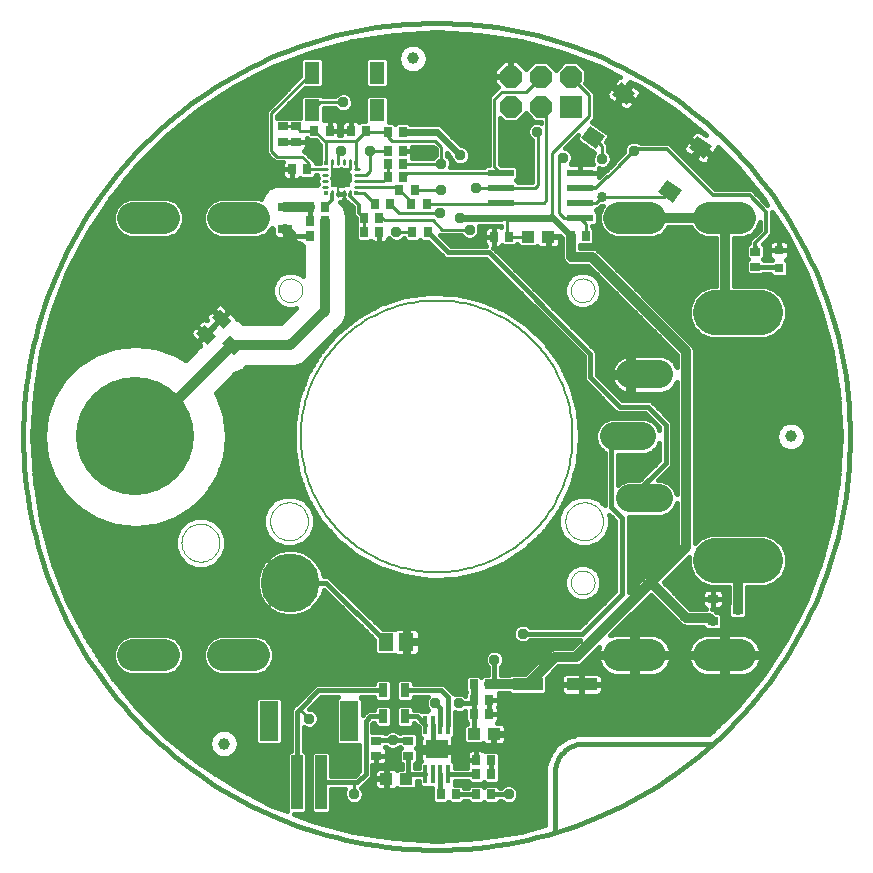
<source format=gtl>
G75*
%MOIN*%
%OFA0B0*%
%FSLAX24Y24*%
%IPPOS*%
%LPD*%
%AMOC8*
5,1,8,0,0,1.08239X$1,22.5*
%
%ADD10C,0.0160*%
%ADD11C,0.0000*%
%ADD12C,0.0105*%
%ADD13R,0.0134X0.0134*%
%ADD14C,0.0063*%
%ADD15R,0.0157X0.0630*%
%ADD16R,0.0744X0.0618*%
%ADD17R,0.0276X0.0354*%
%ADD18R,0.0354X0.0276*%
%ADD19C,0.3937*%
%ADD20C,0.0945*%
%ADD21C,0.1502*%
%ADD22R,0.0870X0.0240*%
%ADD23R,0.0740X0.0740*%
%ADD24OC8,0.0740*%
%ADD25R,0.0315X0.0315*%
%ADD26R,0.0472X0.0315*%
%ADD27R,0.0512X0.0591*%
%ADD28R,0.0394X0.0551*%
%ADD29C,0.1050*%
%ADD30R,0.0315X0.0472*%
%ADD31R,0.0394X0.1811*%
%ADD32R,0.0630X0.1339*%
%ADD33R,0.0610X0.0512*%
%ADD34R,0.1024X0.0394*%
%ADD35C,0.0394*%
%ADD36R,0.0512X0.0748*%
%ADD37R,0.0433X0.0394*%
%ADD38R,0.0354X0.0315*%
%ADD39C,0.0050*%
%ADD40C,0.1969*%
%ADD41C,0.0337*%
%ADD42C,0.0376*%
%ADD43C,0.0179*%
%ADD44C,0.0100*%
%ADD45C,0.0079*%
%ADD46C,0.0320*%
%ADD47C,0.0120*%
%ADD48C,0.0240*%
D10*
X004437Y004460D02*
X007914Y004460D01*
X007914Y004618D02*
X004278Y004618D01*
X004120Y004777D02*
X007914Y004777D01*
X007914Y004935D02*
X003961Y004935D01*
X003950Y004947D02*
X003062Y006042D01*
X002295Y007225D01*
X001655Y008481D01*
X001149Y009797D01*
X000784Y011159D01*
X000564Y012552D01*
X000490Y013960D01*
X000564Y015367D01*
X000784Y016760D01*
X001149Y018122D01*
X001655Y019438D01*
X002295Y020694D01*
X003062Y021877D01*
X003950Y022972D01*
X004947Y023969D01*
X006042Y024857D01*
X007225Y025624D01*
X008481Y026265D01*
X009797Y026770D01*
X011159Y027135D01*
X012552Y027355D01*
X013960Y027429D01*
X015367Y027355D01*
X016760Y027135D01*
X018122Y026770D01*
X019438Y026265D01*
X020060Y025948D01*
X020036Y025944D01*
X019993Y025924D01*
X019957Y025893D01*
X019824Y025703D01*
X020182Y025453D01*
X020404Y025771D01*
X020395Y025777D01*
X020694Y025624D01*
X021877Y024857D01*
X022945Y023991D01*
X022738Y024136D01*
X022694Y024153D01*
X022646Y024157D01*
X022600Y024148D01*
X022557Y024128D01*
X022520Y024098D01*
X022388Y023908D01*
X022746Y023657D01*
X022691Y023579D01*
X022333Y023830D01*
X022200Y023640D01*
X022183Y023595D01*
X022179Y023548D01*
X022188Y023501D01*
X022208Y023459D01*
X022238Y023422D01*
X022468Y023261D01*
X022691Y023579D01*
X022769Y023524D01*
X022547Y023206D01*
X022777Y023045D01*
X022821Y023029D01*
X022869Y023025D01*
X022915Y023033D01*
X022958Y023053D01*
X022994Y023083D01*
X023127Y023273D01*
X022769Y023524D01*
X022824Y023602D01*
X023182Y023352D01*
X023315Y023541D01*
X023331Y023586D01*
X023333Y023608D01*
X023969Y022972D01*
X024857Y021877D01*
X024980Y021686D01*
X024593Y022074D01*
X024475Y022191D01*
X023255Y022191D01*
X021837Y023609D01*
X021720Y023726D01*
X020759Y023726D01*
X020720Y023765D01*
X020600Y023815D01*
X020469Y023815D01*
X020348Y023765D01*
X020256Y023673D01*
X020206Y023552D01*
X020206Y023442D01*
X019862Y023097D01*
X019862Y023083D01*
X019580Y022801D01*
X019566Y022801D01*
X019369Y022605D01*
X019369Y022741D01*
X018754Y022741D01*
X018754Y023041D01*
X018426Y023041D01*
X018450Y023065D01*
X018500Y023186D01*
X018500Y023316D01*
X018450Y023437D01*
X018358Y023529D01*
X018251Y023573D01*
X018683Y024005D01*
X018633Y023933D01*
X018653Y023819D01*
X019218Y023423D01*
X019193Y023397D01*
X019143Y023277D01*
X019143Y023146D01*
X019187Y023041D01*
X018754Y023041D01*
X018754Y022741D01*
X018754Y022741D01*
X018754Y022741D01*
X019369Y022741D01*
X019369Y022885D01*
X019365Y022900D01*
X019406Y022883D01*
X019537Y022883D01*
X019657Y022933D01*
X019749Y023026D01*
X019799Y023146D01*
X019799Y023277D01*
X019749Y023397D01*
X019661Y023486D01*
X019661Y023719D01*
X019608Y023773D01*
X019722Y023936D01*
X019702Y024051D01*
X019130Y024451D01*
X019228Y024550D01*
X019228Y025420D01*
X018919Y025729D01*
X018934Y025744D01*
X018934Y026167D01*
X018635Y026466D01*
X018213Y026466D01*
X017924Y026177D01*
X017635Y026466D01*
X017213Y026466D01*
X016952Y026205D01*
X016652Y026506D01*
X016444Y026506D01*
X016444Y025976D01*
X016404Y025976D01*
X016404Y026506D01*
X016196Y026506D01*
X015874Y026183D01*
X015874Y025976D01*
X016404Y025976D01*
X016404Y025936D01*
X015874Y025936D01*
X015874Y025728D01*
X016001Y025601D01*
X015935Y025534D01*
X015699Y025298D01*
X015699Y023001D01*
X015611Y023001D01*
X015541Y022931D01*
X014421Y022931D01*
X014445Y022989D01*
X014445Y023119D01*
X014395Y023240D01*
X014307Y023328D01*
X014307Y023402D01*
X014419Y023290D01*
X014419Y023264D01*
X014469Y023144D01*
X014561Y023051D01*
X014682Y023001D01*
X014812Y023001D01*
X014933Y023051D01*
X015025Y023144D01*
X015075Y023264D01*
X015075Y023395D01*
X015025Y023515D01*
X014933Y023608D01*
X014812Y023658D01*
X014787Y023658D01*
X014180Y024264D01*
X014107Y024337D01*
X014011Y024377D01*
X013090Y024377D01*
X013033Y024434D01*
X012642Y024434D01*
X012582Y024374D01*
X012521Y024434D01*
X012367Y024434D01*
X012367Y025258D01*
X012285Y025340D01*
X011657Y025340D01*
X011575Y025258D01*
X011575Y024474D01*
X011421Y024474D01*
X011389Y024441D01*
X011387Y024444D01*
X011354Y024478D01*
X011312Y024501D01*
X011267Y024514D01*
X011105Y024514D01*
X010944Y024514D01*
X010898Y024501D01*
X010857Y024478D01*
X010823Y024444D01*
X010800Y024403D01*
X010787Y024357D01*
X010787Y024156D01*
X010787Y023998D01*
X010714Y023998D01*
X010714Y024156D01*
X010397Y024156D01*
X010397Y024156D01*
X010714Y024156D01*
X010714Y024357D01*
X010702Y024403D01*
X010678Y024444D01*
X010645Y024478D01*
X010604Y024501D01*
X010558Y024514D01*
X010397Y024514D01*
X010397Y024156D01*
X010397Y024156D01*
X010397Y024514D01*
X010235Y024514D01*
X010202Y024505D01*
X010202Y024911D01*
X010575Y024911D01*
X010663Y024823D01*
X010784Y024773D01*
X010915Y024773D01*
X011035Y024823D01*
X011127Y024915D01*
X011177Y025036D01*
X011177Y025167D01*
X011127Y025287D01*
X011035Y025379D01*
X010915Y025429D01*
X010784Y025429D01*
X010663Y025379D01*
X010575Y025291D01*
X010168Y025291D01*
X010120Y025340D01*
X009492Y025340D01*
X009410Y025258D01*
X009410Y024572D01*
X008638Y024572D01*
X008638Y024649D01*
X009561Y025571D01*
X010120Y025571D01*
X010202Y025654D01*
X010202Y026518D01*
X010120Y026600D01*
X009492Y026600D01*
X009410Y026518D01*
X009410Y025958D01*
X008369Y024917D01*
X008258Y024806D01*
X008258Y023408D01*
X008455Y023212D01*
X008566Y023100D01*
X008830Y023100D01*
X008819Y023058D01*
X008819Y022857D01*
X008819Y022656D01*
X008831Y022611D01*
X008855Y022569D01*
X008888Y022536D01*
X008929Y022512D01*
X008975Y022500D01*
X009137Y022500D01*
X009298Y022500D01*
X009344Y022512D01*
X009385Y022536D01*
X009419Y022569D01*
X009420Y022572D01*
X009453Y022540D01*
X009844Y022540D01*
X009926Y022622D01*
X009926Y022687D01*
X009985Y022687D01*
X009985Y022598D01*
X010001Y022582D01*
X009985Y022566D01*
X009985Y022401D01*
X010001Y022385D01*
X009985Y022369D01*
X009985Y022353D01*
X009980Y022354D01*
X009474Y022354D01*
X009433Y022337D01*
X008773Y022337D01*
X008767Y022335D01*
X008569Y022335D01*
X008355Y022247D01*
X008192Y022083D01*
X008105Y021872D01*
X008017Y021908D01*
X006702Y021908D01*
X006458Y021807D01*
X006271Y021620D01*
X006170Y021375D01*
X006170Y021111D01*
X006271Y020866D01*
X006458Y020679D01*
X006702Y020578D01*
X008017Y020578D01*
X008261Y020679D01*
X008448Y020866D01*
X008464Y020903D01*
X008504Y020887D01*
X008504Y020707D01*
X008516Y020662D01*
X008540Y020621D01*
X008573Y020587D01*
X008614Y020563D01*
X008660Y020551D01*
X008920Y020551D01*
X008920Y020857D01*
X008920Y020857D01*
X008920Y020551D01*
X009166Y020551D01*
X009261Y020456D01*
X009434Y020384D01*
X009445Y020365D01*
X009479Y020331D01*
X009499Y020320D01*
X009499Y019302D01*
X009443Y019358D01*
X009214Y019453D01*
X008965Y019453D01*
X008736Y019358D01*
X008561Y019183D01*
X008466Y018954D01*
X008466Y018705D01*
X008561Y018476D01*
X008736Y018301D01*
X008965Y018206D01*
X009214Y018206D01*
X009269Y018229D01*
X008780Y017740D01*
X007498Y017740D01*
X007413Y017826D01*
X007298Y017873D01*
X007294Y017890D01*
X007270Y017932D01*
X007071Y018130D01*
X006818Y017877D01*
X006792Y017903D01*
X007045Y018156D01*
X006847Y018355D01*
X006806Y018378D01*
X006760Y018391D01*
X006712Y018391D01*
X006667Y018378D01*
X006626Y018355D01*
X006483Y018212D01*
X006792Y017903D01*
X006766Y017877D01*
X006457Y018186D01*
X006314Y018043D01*
X006290Y018002D01*
X006278Y017956D01*
X006278Y017909D01*
X006290Y017863D01*
X006308Y017831D01*
X006277Y017850D01*
X006231Y017862D01*
X006183Y017862D01*
X006138Y017850D01*
X006097Y017826D01*
X005954Y017683D01*
X006263Y017374D01*
X006516Y017627D01*
X006516Y017627D01*
X006766Y017877D01*
X006792Y017851D01*
X006775Y017833D01*
X006756Y017826D01*
X006314Y017384D01*
X006306Y017365D01*
X006289Y017348D01*
X006263Y017374D01*
X006237Y017348D01*
X005928Y017657D01*
X005785Y017514D01*
X005761Y017473D01*
X005749Y017427D01*
X005749Y017380D01*
X005761Y017334D01*
X005785Y017293D01*
X005983Y017094D01*
X006237Y017348D01*
X006263Y017322D01*
X006009Y017068D01*
X006086Y016992D01*
X005591Y016498D01*
X005247Y016714D01*
X005247Y016714D01*
X004601Y016941D01*
X004601Y016941D01*
X003920Y017017D01*
X003240Y016941D01*
X003240Y016941D01*
X002593Y016714D01*
X002014Y016350D01*
X002014Y016350D01*
X001530Y015866D01*
X001165Y015286D01*
X000939Y014640D01*
X000939Y014640D01*
X000862Y013960D01*
X000862Y013960D01*
X000939Y013279D01*
X001165Y012633D01*
X001165Y012633D01*
X001530Y012053D01*
X002014Y011569D01*
X002593Y011205D01*
X002593Y011205D01*
X003240Y010978D01*
X003920Y010902D01*
X004601Y010978D01*
X005247Y011205D01*
X005827Y011569D01*
X006311Y012053D01*
X006675Y012633D01*
X006901Y013279D01*
X006978Y013960D01*
X006901Y014640D01*
X006675Y015286D01*
X006675Y015286D01*
X006597Y015410D01*
X007272Y016086D01*
X007311Y016086D01*
X007524Y016174D01*
X007610Y016260D01*
X009234Y016260D01*
X009506Y016372D01*
X010658Y017525D01*
X010866Y017733D01*
X010979Y018005D01*
X010979Y021272D01*
X010957Y021326D01*
X010957Y021417D01*
X010869Y021631D01*
X010736Y021763D01*
X010743Y021765D01*
X010771Y021776D01*
X010798Y021765D01*
X010843Y021756D01*
X010869Y021756D01*
X010895Y021756D01*
X010940Y021765D01*
X010975Y021779D01*
X011161Y021593D01*
X011161Y021337D01*
X011260Y021238D01*
X011260Y021008D01*
X011262Y021007D01*
X011260Y021006D01*
X011260Y020535D01*
X011342Y020453D01*
X011734Y020453D01*
X011767Y020486D01*
X011768Y020483D01*
X011802Y020449D01*
X011843Y020426D01*
X011889Y020413D01*
X012050Y020413D01*
X012050Y020771D01*
X012050Y020771D01*
X012050Y020413D01*
X012212Y020413D01*
X012257Y020426D01*
X012298Y020449D01*
X012332Y020483D01*
X012356Y020524D01*
X012366Y020562D01*
X012435Y020492D01*
X012556Y020442D01*
X012686Y020442D01*
X012807Y020492D01*
X012875Y020560D01*
X012875Y020535D01*
X012957Y020453D01*
X013348Y020453D01*
X013408Y020514D01*
X013468Y020453D01*
X013670Y020453D01*
X014242Y019881D01*
X015601Y019881D01*
X018858Y016624D01*
X018858Y015837D01*
X019842Y014853D01*
X019971Y014724D01*
X020916Y014724D01*
X021377Y014262D01*
X021377Y014190D01*
X021329Y014306D01*
X021157Y014479D01*
X020932Y014572D01*
X019743Y014572D01*
X019518Y014479D01*
X019346Y014306D01*
X019253Y014081D01*
X019253Y013838D01*
X019346Y013613D01*
X019518Y013440D01*
X019566Y013420D01*
X019566Y011659D01*
X019367Y011859D01*
X019051Y011989D01*
X018708Y011989D01*
X018392Y011859D01*
X018151Y011617D01*
X018020Y011301D01*
X018020Y010958D01*
X017670Y010958D01*
X017563Y010811D02*
X018067Y011505D01*
X018439Y012278D01*
X018668Y013105D01*
X018745Y013960D01*
X018668Y014814D01*
X018439Y015641D01*
X018067Y016414D01*
X017563Y017108D01*
X016943Y017701D01*
X016227Y018173D01*
X015438Y018510D01*
X014602Y018701D01*
X013745Y018740D01*
X012895Y018625D01*
X012079Y018359D01*
X012079Y018359D01*
X011323Y017953D01*
X010653Y017418D01*
X010088Y016772D01*
X009648Y016036D01*
X009648Y016036D01*
X009347Y015233D01*
X009347Y015233D01*
X009194Y014388D01*
X009194Y013531D01*
X009347Y012687D01*
X009347Y012687D01*
X009648Y011883D01*
X010088Y011147D01*
X010653Y010501D01*
X011323Y009966D01*
X011323Y009966D01*
X012079Y009560D01*
X012895Y009294D01*
X013745Y009179D01*
X014602Y009218D01*
X015438Y009409D01*
X015438Y009409D01*
X016227Y009746D01*
X016943Y010218D01*
X017563Y010811D01*
X017563Y010811D01*
X017551Y010800D02*
X018085Y010800D01*
X018151Y010642D02*
X018392Y010401D01*
X018708Y010270D01*
X019051Y010270D01*
X019367Y010401D01*
X019609Y010642D01*
X019739Y010958D01*
X019921Y010958D01*
X019921Y010800D02*
X019674Y010800D01*
X019739Y010958D02*
X019739Y011301D01*
X019716Y011356D01*
X019921Y011152D01*
X019921Y008814D01*
X018711Y007605D01*
X017078Y007605D01*
X017019Y007663D01*
X016899Y007713D01*
X016768Y007713D01*
X016648Y007663D01*
X016555Y007571D01*
X016505Y007450D01*
X016505Y007319D01*
X016555Y007199D01*
X016648Y007107D01*
X016768Y007057D01*
X016899Y007057D01*
X017019Y007107D01*
X017078Y007165D01*
X018748Y007165D01*
X018481Y006897D01*
X017837Y006897D01*
X017727Y006852D01*
X016904Y006029D01*
X016421Y006029D01*
X016384Y005992D01*
X016109Y005992D01*
X016109Y006275D01*
X016167Y006333D01*
X016217Y006453D01*
X016217Y006584D01*
X016167Y006704D01*
X016075Y006797D01*
X015954Y006847D01*
X015823Y006847D01*
X015703Y006797D01*
X015611Y006704D01*
X015561Y006584D01*
X015561Y006453D01*
X015611Y006333D01*
X015669Y006275D01*
X015669Y006009D01*
X015516Y006009D01*
X015456Y005949D01*
X015395Y006009D01*
X015004Y006009D01*
X014922Y005927D01*
X014922Y005457D01*
X014940Y005439D01*
X014940Y005433D01*
X014922Y005415D01*
X014922Y005312D01*
X014893Y005340D01*
X014773Y005390D01*
X014642Y005390D01*
X014563Y005357D01*
X014563Y005360D01*
X014337Y005586D01*
X014208Y005715D01*
X013194Y005715D01*
X013194Y005789D01*
X013112Y005871D01*
X012681Y005871D01*
X012599Y005789D01*
X012599Y005201D01*
X012681Y005119D01*
X013112Y005119D01*
X013194Y005201D01*
X013194Y005275D01*
X013669Y005275D01*
X013642Y005248D01*
X013592Y005127D01*
X013592Y004997D01*
X013642Y004876D01*
X013683Y004835D01*
X013642Y004812D01*
X013638Y004808D01*
X013439Y004808D01*
X013435Y004805D01*
X013391Y004849D01*
X013194Y004849D01*
X013194Y004923D01*
X013112Y005005D01*
X012681Y005005D01*
X012599Y004923D01*
X012599Y004335D01*
X012681Y004253D01*
X013112Y004253D01*
X013194Y004335D01*
X013194Y004409D01*
X013209Y004409D01*
X013357Y004261D01*
X013357Y003980D01*
X013424Y003913D01*
X013420Y003905D01*
X013407Y003859D01*
X013407Y003601D01*
X013885Y003601D01*
X013885Y003452D01*
X013407Y003452D01*
X013407Y003194D01*
X013420Y003148D01*
X013424Y003140D01*
X013357Y003073D01*
X013357Y002920D01*
X013235Y002920D01*
X013235Y003032D01*
X013250Y003032D01*
X013332Y003114D01*
X013332Y003506D01*
X013272Y003566D01*
X013332Y003626D01*
X013332Y004018D01*
X013250Y004100D01*
X012779Y004100D01*
X012744Y004064D01*
X012689Y004120D01*
X012568Y004170D01*
X012438Y004170D01*
X012317Y004120D01*
X012259Y004061D01*
X012225Y004061D01*
X012187Y004100D01*
X011817Y004100D01*
X011817Y004380D01*
X011846Y004409D01*
X011890Y004409D01*
X011890Y004335D01*
X011972Y004253D01*
X012403Y004253D01*
X012485Y004335D01*
X012485Y004923D01*
X012403Y005005D01*
X011972Y005005D01*
X011890Y004923D01*
X011890Y004849D01*
X011664Y004849D01*
X011506Y004691D01*
X011501Y004686D01*
X011501Y005199D01*
X011425Y005275D01*
X011890Y005275D01*
X011890Y005201D01*
X011972Y005119D01*
X012403Y005119D01*
X012485Y005201D01*
X012485Y005789D01*
X012403Y005871D01*
X011972Y005871D01*
X011890Y005789D01*
X011890Y005715D01*
X009931Y005715D01*
X009301Y005085D01*
X009223Y005006D01*
X009094Y004877D01*
X009094Y003470D01*
X009059Y003470D01*
X008977Y003388D01*
X008977Y001464D01*
X008481Y001655D01*
X007225Y002295D01*
X006042Y003062D01*
X004947Y003950D01*
X003950Y004947D01*
X003831Y005094D02*
X007914Y005094D01*
X007914Y005199D02*
X007914Y003744D01*
X007996Y003662D01*
X008742Y003662D01*
X008824Y003744D01*
X008824Y005199D01*
X008742Y005281D01*
X007996Y005281D01*
X007914Y005199D01*
X007967Y005252D02*
X003702Y005252D01*
X003574Y005411D02*
X009627Y005411D01*
X009785Y005569D02*
X003446Y005569D01*
X003317Y005728D02*
X011890Y005728D01*
X012188Y005495D02*
X010023Y005495D01*
X009393Y004865D01*
X009314Y004786D01*
X009314Y002424D01*
X008977Y002399D02*
X007064Y002399D01*
X006820Y002558D02*
X008977Y002558D01*
X008977Y002716D02*
X006576Y002716D01*
X006332Y002875D02*
X008977Y002875D01*
X008977Y003033D02*
X006088Y003033D01*
X005883Y003192D02*
X008977Y003192D01*
X008977Y003350D02*
X007207Y003350D01*
X007194Y003341D02*
X007222Y003361D01*
X007224Y003371D01*
X007225Y003373D01*
X007236Y003374D01*
X007255Y003402D01*
X007280Y003427D01*
X007280Y003437D01*
X007281Y003439D01*
X007291Y003443D01*
X007305Y003474D01*
X007325Y003502D01*
X007323Y003512D01*
X007324Y003514D01*
X007333Y003519D01*
X007342Y003553D01*
X007356Y003584D01*
X007353Y003593D01*
X007353Y003596D01*
X007361Y003602D01*
X007364Y003637D01*
X007373Y003670D01*
X007368Y003679D01*
X007368Y003681D01*
X007375Y003689D01*
X007372Y003723D01*
X007375Y003757D01*
X007368Y003765D01*
X007368Y003768D01*
X007373Y003777D01*
X007364Y003810D01*
X007361Y003844D01*
X007353Y003851D01*
X007353Y003853D01*
X007356Y003863D01*
X007342Y003894D01*
X007333Y003927D01*
X007324Y003932D01*
X007323Y003935D01*
X007325Y003945D01*
X007305Y003973D01*
X007291Y004004D01*
X007281Y004008D01*
X007280Y004009D01*
X007280Y004020D01*
X007255Y004044D01*
X007236Y004072D01*
X007225Y004074D01*
X007224Y004076D01*
X007222Y004086D01*
X007194Y004106D01*
X007169Y004130D01*
X007159Y004130D01*
X007157Y004131D01*
X007154Y004141D01*
X007122Y004156D01*
X007094Y004175D01*
X007084Y004173D01*
X007082Y004174D01*
X007077Y004183D01*
X007044Y004192D01*
X007013Y004207D01*
X007003Y004203D01*
X007000Y004204D01*
X006994Y004212D01*
X006960Y004215D01*
X006926Y004224D01*
X006917Y004219D01*
X006915Y004219D01*
X006907Y004225D01*
X006873Y004222D01*
X006839Y004225D01*
X006831Y004219D01*
X006828Y004219D01*
X006819Y004224D01*
X006786Y004215D01*
X006752Y004212D01*
X006745Y004204D01*
X006743Y004203D01*
X006733Y004207D01*
X006702Y004192D01*
X006669Y004183D01*
X006664Y004174D01*
X006662Y004173D01*
X006651Y004175D01*
X006623Y004156D01*
X006592Y004141D01*
X006589Y004131D01*
X006587Y004130D01*
X006576Y004130D01*
X006552Y004106D01*
X006524Y004086D01*
X006522Y004076D01*
X006520Y004074D01*
X006510Y004072D01*
X006491Y004044D01*
X006466Y004020D01*
X006466Y004009D01*
X006465Y004008D01*
X006455Y004004D01*
X006441Y003973D01*
X006421Y003945D01*
X006423Y003935D01*
X006422Y003932D01*
X006413Y003927D01*
X006404Y003894D01*
X006389Y003863D01*
X006393Y003853D01*
X006392Y003851D01*
X006384Y003844D01*
X006381Y003810D01*
X006373Y003777D01*
X006378Y003768D01*
X006377Y003765D01*
X006371Y003757D01*
X006374Y003723D01*
X006371Y003689D01*
X006377Y003681D01*
X006378Y003679D01*
X006373Y003670D01*
X006381Y003637D01*
X006384Y003602D01*
X006392Y003596D01*
X006393Y003593D01*
X006389Y003584D01*
X006404Y003553D01*
X006413Y003519D01*
X006422Y003514D01*
X006423Y003512D01*
X006421Y003502D01*
X006441Y003474D01*
X006455Y003443D01*
X006465Y003439D01*
X006466Y003437D01*
X006466Y003427D01*
X006491Y003402D01*
X006510Y003374D01*
X006520Y003373D01*
X006522Y003371D01*
X006524Y003361D01*
X006552Y003341D01*
X006576Y003317D01*
X006587Y003317D01*
X006589Y003315D01*
X006592Y003306D01*
X006623Y003291D01*
X006651Y003271D01*
X006662Y003273D01*
X006664Y003272D01*
X006669Y003263D01*
X006702Y003254D01*
X006733Y003240D01*
X006743Y003243D01*
X006745Y003243D01*
X006752Y003235D01*
X006786Y003232D01*
X006819Y003223D01*
X006828Y003228D01*
X006831Y003228D01*
X006839Y003221D01*
X006873Y003224D01*
X006907Y003221D01*
X006915Y003228D01*
X006917Y003228D01*
X006926Y003223D01*
X006960Y003232D01*
X006994Y003235D01*
X007000Y003243D01*
X007003Y003243D01*
X007013Y003240D01*
X007044Y003254D01*
X007077Y003263D01*
X007082Y003272D01*
X007084Y003273D01*
X007094Y003271D01*
X007122Y003291D01*
X007154Y003306D01*
X007157Y003315D01*
X007159Y003317D01*
X007169Y003317D01*
X007194Y003341D01*
X007324Y003509D02*
X009094Y003509D01*
X009094Y003667D02*
X008747Y003667D01*
X008824Y003826D02*
X009094Y003826D01*
X009094Y003984D02*
X008824Y003984D01*
X008824Y004143D02*
X009094Y004143D01*
X009094Y004301D02*
X008824Y004301D01*
X008824Y004460D02*
X009094Y004460D01*
X009094Y004618D02*
X008824Y004618D01*
X008824Y004777D02*
X009094Y004777D01*
X009151Y004935D02*
X008824Y004935D01*
X008824Y005094D02*
X009310Y005094D01*
X009301Y005085D02*
X009301Y005085D01*
X009468Y005252D02*
X008771Y005252D01*
X008261Y006112D02*
X008017Y006011D01*
X006702Y006011D01*
X006458Y006112D01*
X006271Y006299D01*
X006170Y006544D01*
X006170Y006808D01*
X006271Y007053D01*
X006458Y007240D01*
X006702Y007341D01*
X008017Y007341D01*
X008261Y007240D01*
X008448Y007053D01*
X008550Y006808D01*
X008550Y006544D01*
X008448Y006299D01*
X008261Y006112D01*
X008352Y006203D02*
X015669Y006203D01*
X015669Y006045D02*
X008098Y006045D01*
X008474Y006362D02*
X015599Y006362D01*
X015561Y006520D02*
X008540Y006520D01*
X008550Y006679D02*
X011968Y006679D01*
X011972Y006674D02*
X012585Y006674D01*
X012589Y006670D01*
X012630Y006646D01*
X012676Y006634D01*
X012908Y006634D01*
X012908Y007061D01*
X013004Y007061D01*
X013004Y007157D01*
X013391Y007157D01*
X013391Y007428D01*
X013379Y007474D01*
X013356Y007515D01*
X013322Y007548D01*
X013281Y007572D01*
X013235Y007584D01*
X013004Y007584D01*
X013004Y007157D01*
X012908Y007157D01*
X012908Y007584D01*
X012676Y007584D01*
X012630Y007572D01*
X012589Y007548D01*
X012585Y007544D01*
X012157Y007544D01*
X010421Y009246D01*
X010358Y009310D01*
X010356Y009310D01*
X010355Y009310D01*
X010265Y009310D01*
X010194Y009310D01*
X010137Y009523D01*
X009989Y009780D01*
X009780Y009989D01*
X009523Y010137D01*
X009238Y010214D01*
X008942Y010214D01*
X008656Y010137D01*
X008399Y009989D01*
X008190Y009780D01*
X008042Y009523D01*
X007965Y009238D01*
X007965Y008942D01*
X008042Y008656D01*
X008190Y008399D01*
X008399Y008190D01*
X008656Y008042D01*
X008942Y007965D01*
X009238Y007965D01*
X009523Y008042D01*
X009780Y008190D01*
X009989Y008399D01*
X010137Y008656D01*
X010191Y008856D01*
X011890Y007189D01*
X011890Y006756D01*
X011972Y006674D01*
X011890Y006837D02*
X008538Y006837D01*
X008472Y006996D02*
X011890Y006996D01*
X011890Y007154D02*
X008347Y007154D01*
X008086Y007313D02*
X011765Y007313D01*
X011603Y007471D02*
X002169Y007471D01*
X002088Y007630D02*
X011441Y007630D01*
X011280Y007788D02*
X002008Y007788D01*
X001927Y007947D02*
X011118Y007947D01*
X010956Y008105D02*
X009633Y008105D01*
X009853Y008264D02*
X010795Y008264D01*
X010633Y008422D02*
X010002Y008422D01*
X010094Y008581D02*
X010471Y008581D01*
X010310Y008739D02*
X010160Y008739D01*
X010267Y009090D02*
X009090Y009090D01*
X010041Y009690D02*
X011837Y009690D01*
X012079Y009560D02*
X012079Y009560D01*
X012165Y009532D02*
X010133Y009532D01*
X010177Y009373D02*
X012653Y009373D01*
X012895Y009294D02*
X012895Y009294D01*
X013485Y009215D02*
X010453Y009215D01*
X010267Y009090D02*
X012286Y007109D01*
X012070Y007630D02*
X016614Y007630D01*
X016514Y007471D02*
X013380Y007471D01*
X013391Y007313D02*
X016508Y007313D01*
X016600Y007154D02*
X013004Y007154D01*
X013004Y007061D02*
X013391Y007061D01*
X013391Y006790D01*
X013379Y006744D01*
X013356Y006703D01*
X013322Y006670D01*
X013281Y006646D01*
X013235Y006634D01*
X013004Y006634D01*
X013004Y007061D01*
X013004Y006996D02*
X012908Y006996D01*
X012908Y006837D02*
X013004Y006837D01*
X013004Y006679D02*
X012908Y006679D01*
X013331Y006679D02*
X015600Y006679D01*
X015800Y006837D02*
X013391Y006837D01*
X013391Y006996D02*
X018579Y006996D01*
X018738Y007154D02*
X017067Y007154D01*
X016834Y007385D02*
X018802Y007385D01*
X020141Y008723D01*
X020141Y011243D01*
X019786Y011597D01*
X019786Y013881D01*
X019865Y013960D01*
X019253Y013970D02*
X018744Y013970D01*
X018729Y014128D02*
X019272Y014128D01*
X019338Y014287D02*
X018715Y014287D01*
X018701Y014445D02*
X019484Y014445D01*
X019933Y014762D02*
X018672Y014762D01*
X018668Y014814D02*
X018668Y014814D01*
X018638Y014921D02*
X019774Y014921D01*
X019616Y015079D02*
X018594Y015079D01*
X018551Y015238D02*
X019457Y015238D01*
X019299Y015396D02*
X018507Y015396D01*
X018463Y015555D02*
X019140Y015555D01*
X018982Y015713D02*
X018405Y015713D01*
X018439Y015641D02*
X018439Y015641D01*
X018328Y015872D02*
X018858Y015872D01*
X018858Y016030D02*
X018252Y016030D01*
X018176Y016189D02*
X018858Y016189D01*
X018858Y016347D02*
X018099Y016347D01*
X018067Y016414D02*
X018067Y016414D01*
X018001Y016506D02*
X018858Y016506D01*
X018818Y016664D02*
X017885Y016664D01*
X017770Y016823D02*
X018659Y016823D01*
X018501Y016981D02*
X017655Y016981D01*
X017563Y017108D02*
X017563Y017108D01*
X017530Y017140D02*
X018342Y017140D01*
X018184Y017298D02*
X017364Y017298D01*
X017198Y017457D02*
X018025Y017457D01*
X017867Y017615D02*
X017032Y017615D01*
X016832Y017774D02*
X017708Y017774D01*
X017550Y017932D02*
X016592Y017932D01*
X016352Y018091D02*
X017391Y018091D01*
X017233Y018249D02*
X016050Y018249D01*
X015679Y018408D02*
X017074Y018408D01*
X016916Y018566D02*
X015194Y018566D01*
X015965Y019517D02*
X010979Y019517D01*
X010979Y019359D02*
X016123Y019359D01*
X016282Y019200D02*
X010979Y019200D01*
X010979Y019042D02*
X016440Y019042D01*
X016599Y018883D02*
X010979Y018883D01*
X010979Y018725D02*
X013633Y018725D01*
X013745Y018740D02*
X013745Y018740D01*
X014083Y018725D02*
X016757Y018725D01*
X017063Y019042D02*
X018242Y019042D01*
X018206Y018954D02*
X018301Y019183D01*
X018476Y019358D01*
X018705Y019453D01*
X018954Y019453D01*
X019183Y019358D01*
X019358Y019183D01*
X019453Y018954D01*
X019453Y018705D01*
X019358Y018476D01*
X019183Y018301D01*
X018954Y018206D01*
X018705Y018206D01*
X018476Y018301D01*
X018301Y018476D01*
X018206Y018705D01*
X018206Y018954D01*
X018206Y018883D02*
X017221Y018883D01*
X017380Y018725D02*
X018206Y018725D01*
X018264Y018566D02*
X017538Y018566D01*
X017697Y018408D02*
X018369Y018408D01*
X018601Y018249D02*
X017855Y018249D01*
X018014Y018091D02*
X020566Y018091D01*
X020407Y018249D02*
X019058Y018249D01*
X019290Y018408D02*
X020249Y018408D01*
X020090Y018566D02*
X019395Y018566D01*
X019453Y018725D02*
X019932Y018725D01*
X019773Y018883D02*
X019453Y018883D01*
X019417Y019042D02*
X019615Y019042D01*
X019456Y019200D02*
X019341Y019200D01*
X019298Y019359D02*
X019182Y019359D01*
X019139Y019517D02*
X016587Y019517D01*
X016429Y019676D02*
X018311Y019676D01*
X018278Y019689D02*
X018388Y019644D01*
X019012Y019644D01*
X021967Y016690D01*
X021967Y016279D01*
X021951Y016316D01*
X021909Y016390D01*
X021857Y016458D01*
X021796Y016518D01*
X021728Y016570D01*
X021654Y016613D01*
X021575Y016646D01*
X021493Y016668D01*
X021408Y016679D01*
X020498Y016679D01*
X020498Y016104D01*
X020343Y016104D01*
X020343Y016674D01*
X020293Y016668D01*
X020210Y016646D01*
X020131Y016613D01*
X020057Y016570D01*
X019989Y016518D01*
X019929Y016458D01*
X019877Y016390D01*
X019834Y016316D01*
X019801Y016237D01*
X019779Y016154D01*
X019772Y016104D01*
X020343Y016104D01*
X020343Y015949D01*
X020498Y015949D01*
X020498Y015374D01*
X021408Y015374D01*
X021493Y015385D01*
X021575Y015407D01*
X021654Y015440D01*
X021728Y015483D01*
X021796Y015535D01*
X021857Y015595D01*
X021909Y015663D01*
X021951Y015737D01*
X021967Y015774D01*
X021967Y012041D01*
X021884Y012240D01*
X021712Y012412D01*
X021487Y012505D01*
X021344Y012505D01*
X021688Y012850D01*
X021817Y012979D01*
X021817Y014444D01*
X021227Y015035D01*
X021098Y015164D01*
X020153Y015164D01*
X019298Y016019D01*
X019298Y016807D01*
X015912Y020192D01*
X015848Y020256D01*
X015869Y020256D01*
X016030Y020256D01*
X016076Y020268D01*
X016117Y020292D01*
X016151Y020325D01*
X016153Y020328D01*
X016185Y020296D01*
X016577Y020296D01*
X016654Y020374D01*
X016654Y020358D01*
X016736Y020276D01*
X017285Y020276D01*
X017318Y020309D01*
X017319Y020306D01*
X017353Y020272D01*
X017394Y020248D01*
X017440Y020236D01*
X017662Y020236D01*
X017662Y020595D01*
X017698Y020595D01*
X017698Y020236D01*
X017920Y020236D01*
X017966Y020248D01*
X018007Y020272D01*
X018041Y020306D01*
X018064Y020347D01*
X018077Y020393D01*
X018077Y020595D01*
X017698Y020595D01*
X017698Y020631D01*
X018077Y020631D01*
X018077Y020636D01*
X018128Y020585D01*
X018128Y019904D01*
X018174Y019794D01*
X018258Y019709D01*
X018278Y019689D01*
X018157Y019834D02*
X016270Y019834D01*
X016112Y019993D02*
X018128Y019993D01*
X018128Y020151D02*
X015953Y020151D01*
X015869Y020256D02*
X015869Y020613D01*
X015869Y020613D01*
X015869Y020256D01*
X015869Y020310D02*
X015869Y020310D01*
X015869Y020468D02*
X015869Y020468D01*
X015869Y020613D02*
X015551Y020613D01*
X015551Y020412D01*
X015563Y020366D01*
X015587Y020325D01*
X015591Y020321D01*
X014425Y020321D01*
X014087Y020659D01*
X014788Y020659D01*
X014876Y020571D01*
X014997Y020521D01*
X015127Y020521D01*
X015248Y020571D01*
X015340Y020663D01*
X015390Y020784D01*
X015390Y020915D01*
X015362Y020981D01*
X016114Y020981D01*
X016114Y020936D01*
X016076Y020958D01*
X016030Y020970D01*
X015869Y020970D01*
X015869Y020613D01*
X015869Y020613D01*
X015551Y020613D01*
X015551Y020814D01*
X015563Y020860D01*
X015587Y020901D01*
X015621Y020934D01*
X015662Y020958D01*
X015707Y020970D01*
X015869Y020970D01*
X015869Y020613D01*
X015869Y020613D01*
X015869Y020627D02*
X015869Y020627D01*
X015869Y020785D02*
X015869Y020785D01*
X015869Y020944D02*
X015869Y020944D01*
X016101Y020944D02*
X016114Y020944D01*
X015637Y020944D02*
X015378Y020944D01*
X015390Y020785D02*
X015551Y020785D01*
X015551Y020627D02*
X015303Y020627D01*
X015551Y020468D02*
X014278Y020468D01*
X014119Y020627D02*
X014821Y020627D01*
X014334Y020101D02*
X013664Y020771D01*
X013454Y020468D02*
X013363Y020468D01*
X013814Y020310D02*
X010979Y020310D01*
X010979Y020468D02*
X011328Y020468D01*
X011260Y020627D02*
X010979Y020627D01*
X010979Y020785D02*
X011260Y020785D01*
X011260Y020944D02*
X010979Y020944D01*
X010979Y021102D02*
X011260Y021102D01*
X011238Y021261D02*
X010979Y021261D01*
X010956Y021419D02*
X011161Y021419D01*
X011161Y021578D02*
X010891Y021578D01*
X010869Y021756D02*
X010869Y021861D01*
X010869Y021861D01*
X010869Y021756D01*
X010763Y021736D02*
X011018Y021736D01*
X010866Y022056D02*
X010675Y022056D01*
X010866Y022056D01*
X010866Y022056D01*
X010675Y022056D02*
X010675Y022056D01*
X010771Y022336D02*
X010743Y022347D01*
X010698Y022356D01*
X010693Y022356D01*
X010693Y022504D01*
X010848Y022504D01*
X010848Y022356D01*
X010843Y022356D01*
X010798Y022347D01*
X010771Y022336D01*
X010848Y022370D02*
X010693Y022370D01*
X010693Y022504D02*
X010505Y022504D01*
X010505Y022566D01*
X010489Y022582D01*
X010505Y022598D01*
X010505Y022659D01*
X010693Y022659D01*
X010693Y022504D01*
X010693Y022529D02*
X010505Y022529D01*
X010693Y022659D02*
X010693Y022847D01*
X010755Y022847D01*
X010771Y022863D01*
X010787Y022847D01*
X010848Y022847D01*
X010848Y022659D01*
X011036Y022659D01*
X011036Y022598D01*
X011052Y022582D01*
X011036Y022566D01*
X011036Y022504D01*
X010848Y022504D01*
X010848Y022659D01*
X010693Y022659D01*
X010693Y022687D02*
X010848Y022687D01*
X010848Y022529D02*
X011036Y022529D01*
X010848Y022846D02*
X010693Y022846D01*
X010066Y023067D02*
X010066Y023205D01*
X010083Y023221D01*
X010083Y023690D01*
X009933Y023839D01*
X009689Y023839D01*
X009632Y023896D01*
X009632Y023782D01*
X009275Y023782D01*
X009275Y023782D01*
X009632Y023782D01*
X009632Y023621D01*
X009619Y023575D01*
X009596Y023534D01*
X009562Y023501D01*
X009527Y023480D01*
X009550Y023480D01*
X009661Y023369D01*
X009858Y023172D01*
X009858Y023160D01*
X009926Y023092D01*
X009926Y023067D01*
X010066Y023067D01*
X010066Y023163D02*
X009858Y023163D01*
X009709Y023321D02*
X010083Y023321D01*
X010083Y023480D02*
X009551Y023480D01*
X009632Y023638D02*
X010083Y023638D01*
X009976Y023797D02*
X009632Y023797D01*
X009274Y023782D02*
X008841Y023782D01*
X008841Y023782D01*
X008917Y023782D01*
X009274Y023782D01*
X009274Y023782D01*
X009410Y024589D02*
X008638Y024589D01*
X008737Y024748D02*
X009410Y024748D01*
X009410Y024906D02*
X008895Y024906D01*
X009054Y025065D02*
X009410Y025065D01*
X009410Y025223D02*
X009212Y025223D01*
X009371Y025382D02*
X010669Y025382D01*
X010580Y024906D02*
X010202Y024906D01*
X010202Y024748D02*
X011575Y024748D01*
X011575Y024906D02*
X011118Y024906D01*
X011177Y025065D02*
X011575Y025065D01*
X011575Y025223D02*
X011154Y025223D01*
X011030Y025382D02*
X015782Y025382D01*
X015699Y025223D02*
X012367Y025223D01*
X012367Y025065D02*
X015699Y025065D01*
X015699Y024906D02*
X012367Y024906D01*
X012367Y024748D02*
X015699Y024748D01*
X015699Y024589D02*
X012367Y024589D01*
X012525Y024431D02*
X012638Y024431D01*
X013037Y024431D02*
X015699Y024431D01*
X015699Y024272D02*
X014172Y024272D01*
X014331Y024114D02*
X015699Y024114D01*
X015699Y023955D02*
X014489Y023955D01*
X014648Y023797D02*
X015699Y023797D01*
X015699Y023638D02*
X014860Y023638D01*
X015040Y023480D02*
X015699Y023480D01*
X015699Y023321D02*
X015075Y023321D01*
X015033Y023163D02*
X015699Y023163D01*
X015699Y023004D02*
X014818Y023004D01*
X014676Y023004D02*
X014445Y023004D01*
X014461Y023163D02*
X014427Y023163D01*
X014388Y023321D02*
X014314Y023321D01*
X013927Y023328D02*
X013927Y023526D01*
X013841Y023612D01*
X013155Y023612D01*
X013155Y023487D01*
X012837Y023487D01*
X012837Y023487D01*
X013155Y023487D01*
X013155Y023286D01*
X013144Y023244D01*
X013843Y023244D01*
X013927Y023328D01*
X013920Y023321D02*
X013155Y023321D01*
X013155Y023480D02*
X013927Y023480D01*
X016079Y023480D02*
X017155Y023480D01*
X017155Y023638D02*
X016079Y023638D01*
X016079Y023797D02*
X017155Y023797D01*
X017155Y023824D02*
X017155Y022431D01*
X016667Y022431D01*
X016607Y022491D01*
X016679Y022563D01*
X016679Y022919D01*
X016597Y023001D01*
X016113Y023001D01*
X016079Y023035D01*
X016079Y024580D01*
X016213Y024446D01*
X016635Y024446D01*
X016924Y024734D01*
X017213Y024446D01*
X017431Y024446D01*
X017431Y024420D01*
X017371Y024445D01*
X017241Y024445D01*
X017120Y024395D01*
X017028Y024303D01*
X016978Y024182D01*
X016978Y024052D01*
X017028Y023931D01*
X017120Y023839D01*
X017155Y023824D01*
X017018Y023955D02*
X016079Y023955D01*
X016079Y024114D02*
X016978Y024114D01*
X017015Y024272D02*
X016079Y024272D01*
X016079Y024431D02*
X017206Y024431D01*
X017406Y024431D02*
X017431Y024431D01*
X017069Y024589D02*
X016779Y024589D01*
X015941Y025540D02*
X009529Y025540D01*
X009309Y025857D02*
X007681Y025857D01*
X007370Y025699D02*
X009150Y025699D01*
X008992Y025540D02*
X007095Y025540D01*
X006851Y025382D02*
X008833Y025382D01*
X008675Y025223D02*
X006607Y025223D01*
X006363Y025065D02*
X008516Y025065D01*
X008358Y024906D02*
X006118Y024906D01*
X005908Y024748D02*
X008258Y024748D01*
X008258Y024589D02*
X005712Y024589D01*
X005516Y024431D02*
X008258Y024431D01*
X008258Y024272D02*
X005320Y024272D01*
X005125Y024114D02*
X008258Y024114D01*
X008258Y023955D02*
X004932Y023955D01*
X004774Y023797D02*
X008258Y023797D01*
X008258Y023638D02*
X004615Y023638D01*
X004457Y023480D02*
X008258Y023480D01*
X008345Y023321D02*
X004298Y023321D01*
X004140Y023163D02*
X008504Y023163D01*
X008819Y023004D02*
X003981Y023004D01*
X003847Y022846D02*
X008819Y022846D01*
X008819Y022857D02*
X009137Y022857D01*
X009137Y022500D01*
X009137Y022857D01*
X009137Y022857D01*
X009137Y022857D01*
X008819Y022857D01*
X008819Y022687D02*
X003719Y022687D01*
X003590Y022529D02*
X008901Y022529D01*
X009137Y022529D02*
X009137Y022529D01*
X009137Y022687D02*
X009137Y022687D01*
X009137Y022846D02*
X009137Y022846D01*
X009372Y022529D02*
X009985Y022529D01*
X009986Y022370D02*
X003462Y022370D01*
X003334Y022212D02*
X008320Y022212D01*
X008180Y022053D02*
X003205Y022053D01*
X003077Y021895D02*
X003670Y021895D01*
X003702Y021908D02*
X003458Y021807D01*
X003271Y021620D01*
X003170Y021375D01*
X003170Y021111D01*
X003271Y020866D01*
X003458Y020679D01*
X003702Y020578D01*
X005017Y020578D01*
X005261Y020679D01*
X005448Y020866D01*
X005550Y021111D01*
X005550Y021375D01*
X005448Y021620D01*
X005261Y021807D01*
X005017Y021908D01*
X003702Y021908D01*
X003387Y021736D02*
X002971Y021736D01*
X002868Y021578D02*
X003253Y021578D01*
X003188Y021419D02*
X002765Y021419D01*
X002662Y021261D02*
X003170Y021261D01*
X003173Y021102D02*
X002559Y021102D01*
X002456Y020944D02*
X003239Y020944D01*
X003352Y020785D02*
X002354Y020785D01*
X002260Y020627D02*
X003585Y020627D01*
X002179Y020468D02*
X009249Y020468D01*
X009156Y020652D02*
X009727Y020652D01*
X009499Y020310D02*
X002099Y020310D01*
X002018Y020151D02*
X009499Y020151D01*
X009499Y019993D02*
X001937Y019993D01*
X001856Y019834D02*
X009499Y019834D01*
X009499Y019676D02*
X001775Y019676D01*
X001695Y019517D02*
X009499Y019517D01*
X009499Y019359D02*
X009442Y019359D01*
X008737Y019359D02*
X001624Y019359D01*
X001563Y019200D02*
X008578Y019200D01*
X008502Y019042D02*
X001502Y019042D01*
X001441Y018883D02*
X008466Y018883D01*
X008466Y018725D02*
X001381Y018725D01*
X001320Y018566D02*
X008524Y018566D01*
X008629Y018408D02*
X001259Y018408D01*
X001198Y018249D02*
X006520Y018249D01*
X006552Y018091D02*
X006604Y018091D01*
X006710Y017932D02*
X006762Y017932D01*
X006821Y017932D02*
X006873Y017932D01*
X006980Y018091D02*
X007032Y018091D01*
X007111Y018091D02*
X009131Y018091D01*
X008972Y017932D02*
X007269Y017932D01*
X007465Y017774D02*
X008814Y017774D01*
X008861Y018249D02*
X006952Y018249D01*
X006704Y017774D02*
X006663Y017774D01*
X006545Y017615D02*
X006504Y017615D01*
X006387Y017457D02*
X006346Y017457D01*
X006180Y017457D02*
X006128Y017457D01*
X006187Y017298D02*
X006239Y017298D01*
X006081Y017140D02*
X006029Y017140D01*
X005938Y017140D02*
X000886Y017140D01*
X000929Y017298D02*
X005782Y017298D01*
X005757Y017457D02*
X000971Y017457D01*
X001013Y017615D02*
X005886Y017615D01*
X005969Y017615D02*
X006022Y017615D01*
X006044Y017774D02*
X001056Y017774D01*
X001098Y017932D02*
X006278Y017932D01*
X006361Y018091D02*
X001141Y018091D01*
X000844Y016981D02*
X003598Y016981D01*
X003920Y017017D02*
X003920Y017017D01*
X004242Y016981D02*
X006075Y016981D01*
X005916Y016823D02*
X004938Y016823D01*
X005327Y016664D02*
X005758Y016664D01*
X005599Y016506D02*
X005579Y016506D01*
X006741Y015555D02*
X009468Y015555D01*
X009527Y015713D02*
X006900Y015713D01*
X007058Y015872D02*
X009587Y015872D01*
X009646Y016030D02*
X007217Y016030D01*
X007539Y016189D02*
X009740Y016189D01*
X009834Y016347D02*
X009444Y016347D01*
X009639Y016506D02*
X009929Y016506D01*
X010024Y016664D02*
X009797Y016664D01*
X009956Y016823D02*
X010132Y016823D01*
X010088Y016772D02*
X010088Y016772D01*
X010114Y016981D02*
X010271Y016981D01*
X010273Y017140D02*
X010409Y017140D01*
X010431Y017298D02*
X010548Y017298D01*
X010653Y017418D02*
X010653Y017418D01*
X010653Y017418D01*
X010701Y017457D02*
X010590Y017457D01*
X010748Y017615D02*
X010900Y017615D01*
X010883Y017774D02*
X011098Y017774D01*
X010949Y017932D02*
X011297Y017932D01*
X011323Y017953D02*
X011323Y017953D01*
X011579Y018091D02*
X010979Y018091D01*
X010979Y018249D02*
X011874Y018249D01*
X012227Y018408D02*
X010979Y018408D01*
X010979Y018566D02*
X012715Y018566D01*
X012895Y018625D02*
X012895Y018625D01*
X014131Y019993D02*
X010979Y019993D01*
X010979Y020151D02*
X013973Y020151D01*
X014334Y020101D02*
X015692Y020101D01*
X019078Y016715D01*
X019078Y015928D01*
X020062Y014944D01*
X021007Y014944D01*
X021597Y014353D01*
X021597Y013070D01*
X020420Y011893D01*
X020006Y012345D02*
X020006Y013347D01*
X020932Y013347D01*
X021157Y013440D01*
X021329Y013613D01*
X021377Y013729D01*
X021377Y013161D01*
X020721Y012505D01*
X020298Y012505D01*
X020073Y012412D01*
X020006Y012345D01*
X020006Y012385D02*
X020046Y012385D01*
X020006Y012543D02*
X020759Y012543D01*
X020918Y012702D02*
X020006Y012702D01*
X020006Y012860D02*
X021076Y012860D01*
X021235Y013019D02*
X020006Y013019D01*
X020006Y013177D02*
X021377Y013177D01*
X021377Y013336D02*
X020006Y013336D01*
X019566Y013336D02*
X018688Y013336D01*
X018703Y013494D02*
X019464Y013494D01*
X019329Y013653D02*
X018717Y013653D01*
X018731Y013811D02*
X019264Y013811D01*
X019566Y013177D02*
X018674Y013177D01*
X018668Y013105D02*
X018668Y013105D01*
X018644Y013019D02*
X019566Y013019D01*
X019566Y012860D02*
X018600Y012860D01*
X018556Y012702D02*
X019566Y012702D01*
X019566Y012543D02*
X018512Y012543D01*
X018469Y012385D02*
X019566Y012385D01*
X019566Y012226D02*
X018414Y012226D01*
X018439Y012278D02*
X018439Y012278D01*
X018338Y012068D02*
X019566Y012068D01*
X019566Y011909D02*
X019245Y011909D01*
X019475Y011751D02*
X019566Y011751D01*
X019739Y011275D02*
X019797Y011275D01*
X019739Y011117D02*
X019921Y011117D01*
X019921Y010641D02*
X019607Y010641D01*
X019449Y010483D02*
X019921Y010483D01*
X019921Y010324D02*
X019182Y010324D01*
X018577Y010324D02*
X017053Y010324D01*
X016943Y010218D02*
X016943Y010218D01*
X016863Y010166D02*
X019921Y010166D01*
X019921Y010007D02*
X016623Y010007D01*
X016382Y009849D02*
X019921Y009849D01*
X019921Y009690D02*
X019010Y009690D01*
X018954Y009713D02*
X018705Y009713D01*
X018476Y009618D01*
X018301Y009443D01*
X018206Y009214D01*
X018206Y008965D01*
X018301Y008736D01*
X018476Y008561D01*
X018705Y008466D01*
X018954Y008466D01*
X019183Y008561D01*
X019358Y008736D01*
X019453Y008965D01*
X019453Y009214D01*
X019358Y009443D01*
X019183Y009618D01*
X018954Y009713D01*
X018649Y009690D02*
X016096Y009690D01*
X016227Y009746D02*
X016227Y009746D01*
X015725Y009532D02*
X018389Y009532D01*
X018272Y009373D02*
X015282Y009373D01*
X014602Y009218D02*
X014602Y009218D01*
X014528Y009215D02*
X018206Y009215D01*
X018206Y009056D02*
X010615Y009056D01*
X010777Y008898D02*
X018234Y008898D01*
X018300Y008739D02*
X010938Y008739D01*
X011100Y008581D02*
X018456Y008581D01*
X019203Y008581D02*
X019687Y008581D01*
X019845Y008739D02*
X019359Y008739D01*
X019425Y008898D02*
X019921Y008898D01*
X019921Y009056D02*
X019453Y009056D01*
X019453Y009215D02*
X019921Y009215D01*
X019921Y009373D02*
X019387Y009373D01*
X019270Y009532D02*
X019921Y009532D01*
X020361Y009532D02*
X021115Y009532D01*
X021274Y009690D02*
X020361Y009690D01*
X020361Y009849D02*
X021432Y009849D01*
X021591Y010007D02*
X020361Y010007D01*
X020361Y010166D02*
X021749Y010166D01*
X021908Y010324D02*
X020361Y010324D01*
X020361Y010483D02*
X021967Y010483D01*
X021967Y010383D02*
X020935Y009352D01*
X020851Y009267D01*
X020361Y008777D01*
X020361Y011280D01*
X021487Y011280D01*
X021712Y011373D01*
X021884Y011546D01*
X021967Y011745D01*
X021967Y010383D01*
X021967Y010641D02*
X020361Y010641D01*
X020361Y010800D02*
X021967Y010800D01*
X021967Y010958D02*
X020361Y010958D01*
X020361Y011117D02*
X021967Y011117D01*
X021967Y011275D02*
X020361Y011275D01*
X021382Y012543D02*
X021967Y012543D01*
X021967Y012385D02*
X021739Y012385D01*
X021890Y012226D02*
X021967Y012226D01*
X021955Y012068D02*
X021967Y012068D01*
X021967Y011592D02*
X021903Y011592D01*
X021967Y011434D02*
X021772Y011434D01*
X022567Y011434D02*
X027178Y011434D01*
X027203Y011592D02*
X022567Y011592D01*
X022567Y011751D02*
X027228Y011751D01*
X027253Y011909D02*
X022567Y011909D01*
X022567Y012068D02*
X027279Y012068D01*
X027304Y012226D02*
X022567Y012226D01*
X022567Y012385D02*
X027329Y012385D01*
X027354Y012543D02*
X022567Y012543D01*
X022567Y012702D02*
X027363Y012702D01*
X027355Y012552D02*
X027135Y011159D01*
X026770Y009797D01*
X026265Y008481D01*
X025624Y007225D01*
X024857Y006042D01*
X023969Y004947D01*
X023056Y004033D01*
X018676Y004033D01*
X018286Y003907D01*
X017954Y003666D01*
X017954Y003666D01*
X017954Y003666D01*
X017713Y003334D01*
X017587Y002944D01*
X017587Y001006D01*
X016760Y000784D01*
X015367Y000564D01*
X013960Y000490D01*
X012552Y000564D01*
X011159Y000784D01*
X009797Y001149D01*
X009200Y001379D01*
X009569Y001379D01*
X009651Y001461D01*
X009651Y003388D01*
X009569Y003470D01*
X009534Y003470D01*
X009534Y004267D01*
X009642Y004222D01*
X009773Y004222D01*
X009893Y004272D01*
X009986Y004364D01*
X010036Y004485D01*
X010036Y004615D01*
X009986Y004736D01*
X009893Y004828D01*
X009773Y004878D01*
X009717Y004878D01*
X010114Y005275D01*
X010668Y005275D01*
X010591Y005199D01*
X010591Y003744D01*
X010673Y003662D01*
X011377Y003662D01*
X011377Y002791D01*
X011231Y002644D01*
X010438Y002644D01*
X010438Y003388D01*
X010356Y003470D01*
X009846Y003470D01*
X009764Y003388D01*
X009764Y001461D01*
X009846Y001379D01*
X010356Y001379D01*
X010438Y001461D01*
X010438Y002204D01*
X010920Y002204D01*
X010876Y002096D01*
X010876Y001965D01*
X010925Y001845D01*
X011018Y001752D01*
X011138Y001702D01*
X011269Y001702D01*
X011389Y001752D01*
X011482Y001845D01*
X011532Y001965D01*
X011532Y002096D01*
X011482Y002216D01*
X011453Y002245D01*
X011817Y002609D01*
X011817Y002791D01*
X011817Y002992D01*
X011952Y002992D01*
X012153Y002992D01*
X012198Y003004D01*
X012239Y003028D01*
X012273Y003062D01*
X012297Y003103D01*
X012309Y003148D01*
X012309Y003310D01*
X012309Y003471D01*
X012297Y003517D01*
X012273Y003558D01*
X012239Y003592D01*
X012236Y003593D01*
X012262Y003619D01*
X012317Y003563D01*
X012438Y003513D01*
X012568Y003513D01*
X012689Y003563D01*
X012724Y003599D01*
X012758Y003566D01*
X012697Y003506D01*
X012697Y003114D01*
X012779Y003032D01*
X012795Y003032D01*
X012795Y002879D01*
X012681Y002879D01*
X012649Y002847D01*
X012647Y002850D01*
X012613Y002883D01*
X012572Y002907D01*
X012527Y002919D01*
X012305Y002919D01*
X012305Y002561D01*
X012268Y002561D01*
X012268Y002919D01*
X012046Y002919D01*
X012000Y002907D01*
X011959Y002883D01*
X011926Y002850D01*
X011902Y002809D01*
X011890Y002763D01*
X011890Y002561D01*
X012268Y002561D01*
X012268Y002524D01*
X011890Y002524D01*
X011890Y002322D01*
X011902Y002276D01*
X011926Y002235D01*
X011959Y002201D01*
X012000Y002178D01*
X012046Y002165D01*
X012268Y002165D01*
X012268Y002524D01*
X012305Y002524D01*
X012305Y002165D01*
X012527Y002165D01*
X012572Y002178D01*
X012613Y002201D01*
X012647Y002235D01*
X012649Y002238D01*
X012681Y002205D01*
X013230Y002205D01*
X013312Y002287D01*
X013312Y002480D01*
X013357Y002480D01*
X013357Y002327D01*
X013439Y002245D01*
X013820Y002245D01*
X013820Y001795D01*
X013902Y001713D01*
X014293Y001713D01*
X014353Y001773D01*
X014413Y001713D01*
X014805Y001713D01*
X014887Y001795D01*
X014887Y001810D01*
X015001Y001810D01*
X015001Y001795D01*
X015083Y001713D01*
X015474Y001713D01*
X015534Y001773D01*
X015594Y001713D01*
X015986Y001713D01*
X016068Y001795D01*
X016068Y001810D01*
X016117Y001810D01*
X016175Y001752D01*
X016296Y001702D01*
X016426Y001702D01*
X016547Y001752D01*
X016639Y001845D01*
X016689Y001965D01*
X016689Y002096D01*
X016639Y002216D01*
X016547Y002309D01*
X016426Y002359D01*
X016296Y002359D01*
X016175Y002309D01*
X016117Y002250D01*
X016068Y002250D01*
X016068Y002266D01*
X015986Y002348D01*
X015594Y002348D01*
X015534Y002287D01*
X015474Y002348D01*
X015083Y002348D01*
X015001Y002266D01*
X015001Y002250D01*
X014887Y002250D01*
X014887Y002266D01*
X014805Y002348D01*
X014562Y002348D01*
X014562Y002480D01*
X015001Y002480D01*
X015001Y002465D01*
X015083Y002383D01*
X015474Y002383D01*
X015534Y002443D01*
X015594Y002383D01*
X015986Y002383D01*
X016068Y002465D01*
X016068Y002935D01*
X016067Y002936D01*
X016068Y002937D01*
X016068Y003407D01*
X015986Y003489D01*
X015594Y003489D01*
X015562Y003457D01*
X015560Y003460D01*
X015527Y003493D01*
X015486Y003517D01*
X015440Y003529D01*
X015278Y003529D01*
X015117Y003529D01*
X015071Y003517D01*
X015030Y003493D01*
X014997Y003460D01*
X014973Y003419D01*
X014961Y003373D01*
X014961Y003172D01*
X014961Y002971D01*
X014973Y002925D01*
X014976Y002920D01*
X014562Y002920D01*
X014562Y003073D01*
X014495Y003140D01*
X014499Y003148D01*
X014512Y003194D01*
X014512Y003452D01*
X014034Y003452D01*
X014034Y003601D01*
X014512Y003601D01*
X014512Y003859D01*
X014499Y003905D01*
X014495Y003913D01*
X014562Y003980D01*
X014562Y004261D01*
X014563Y004262D01*
X014563Y004766D01*
X014642Y004734D01*
X014773Y004734D01*
X014893Y004784D01*
X014922Y004812D01*
X014922Y004472D01*
X014980Y004415D01*
X014980Y004375D01*
X014925Y004375D01*
X014843Y004293D01*
X014843Y003783D01*
X014925Y003701D01*
X015474Y003701D01*
X015507Y003734D01*
X015508Y003731D01*
X015542Y003697D01*
X015583Y003674D01*
X015629Y003661D01*
X015851Y003661D01*
X015851Y004020D01*
X015887Y004020D01*
X015887Y003661D01*
X016109Y003661D01*
X016155Y003674D01*
X016196Y003697D01*
X016230Y003731D01*
X016253Y003772D01*
X016266Y003818D01*
X016266Y004020D01*
X015887Y004020D01*
X015887Y004057D01*
X016266Y004057D01*
X016266Y004259D01*
X016253Y004305D01*
X016230Y004346D01*
X016196Y004379D01*
X016155Y004403D01*
X016109Y004415D01*
X015989Y004415D01*
X015993Y004420D01*
X016017Y004461D01*
X016029Y004507D01*
X016029Y004708D01*
X016029Y004908D01*
X016020Y004944D01*
X016029Y004979D01*
X016029Y005180D01*
X016029Y005381D01*
X016026Y005392D01*
X016384Y005392D01*
X016421Y005355D01*
X017561Y005355D01*
X017643Y005437D01*
X017643Y005919D01*
X018021Y006297D01*
X018665Y006297D01*
X018775Y006343D01*
X019387Y006955D01*
X019366Y006903D01*
X019342Y006814D01*
X019334Y006756D01*
X020480Y006756D01*
X020480Y007381D01*
X019988Y007381D01*
X019897Y007369D01*
X019807Y007345D01*
X019756Y007324D01*
X021105Y008673D01*
X022032Y007746D01*
X022116Y007662D01*
X022227Y007616D01*
X022855Y007616D01*
X022855Y007583D01*
X022937Y007501D01*
X023106Y007501D01*
X023112Y007498D01*
X023232Y007498D01*
X023238Y007501D01*
X023407Y007501D01*
X023489Y007583D01*
X023489Y008014D01*
X023407Y008096D01*
X023299Y008096D01*
X023224Y008171D01*
X023132Y008209D01*
X023172Y008209D01*
X023172Y008546D01*
X022815Y008546D01*
X022815Y008365D01*
X022827Y008319D01*
X022851Y008278D01*
X022884Y008245D01*
X022925Y008221D01*
X022943Y008216D01*
X022411Y008216D01*
X021529Y009097D01*
X022357Y009924D01*
X022357Y009648D01*
X022492Y009321D01*
X022743Y009070D01*
X023070Y008934D01*
X023699Y008934D01*
X023699Y008405D01*
X023682Y008388D01*
X023682Y007957D01*
X023764Y007875D01*
X023933Y007875D01*
X023939Y007872D01*
X024059Y007872D01*
X024065Y007875D01*
X024234Y007875D01*
X024316Y007957D01*
X024316Y008388D01*
X024299Y008405D01*
X024299Y008934D01*
X024927Y008934D01*
X025255Y009070D01*
X025506Y009321D01*
X025641Y009648D01*
X025641Y010003D01*
X025506Y010330D01*
X025255Y010581D01*
X024927Y010717D01*
X023070Y010717D01*
X022743Y010581D01*
X022567Y010405D01*
X022567Y016874D01*
X022521Y016984D01*
X019391Y020114D01*
X019307Y020198D01*
X019196Y020244D01*
X018728Y020244D01*
X018728Y020351D01*
X018744Y020335D01*
X019136Y020335D01*
X019218Y020417D01*
X019218Y020888D01*
X019136Y020970D01*
X019130Y020970D01*
X019130Y020981D01*
X019247Y020981D01*
X019329Y021063D01*
X019329Y021419D01*
X019388Y021419D01*
X019370Y021375D02*
X019370Y021111D01*
X019471Y020866D01*
X019658Y020679D01*
X019902Y020578D01*
X021217Y020578D01*
X021461Y020679D01*
X021648Y020866D01*
X021680Y020943D01*
X022439Y020943D01*
X022471Y020866D01*
X022658Y020679D01*
X022902Y020578D01*
X023260Y020578D01*
X023260Y018985D01*
X023070Y018985D01*
X022743Y018849D01*
X022492Y018598D01*
X022357Y018271D01*
X022357Y017916D01*
X022492Y017589D01*
X022743Y017338D01*
X023070Y017202D01*
X024927Y017202D01*
X025255Y017338D01*
X025506Y017589D01*
X025641Y017916D01*
X025641Y018271D01*
X025506Y018598D01*
X025255Y018849D01*
X024927Y018985D01*
X023860Y018985D01*
X023860Y020578D01*
X024217Y020578D01*
X024461Y020679D01*
X024648Y020866D01*
X024744Y021097D01*
X024744Y020853D01*
X024389Y020499D01*
X024389Y020399D01*
X024354Y020399D01*
X024272Y020317D01*
X024272Y019925D01*
X024332Y019865D01*
X024272Y019805D01*
X024272Y019413D01*
X024354Y019331D01*
X024825Y019331D01*
X024882Y019389D01*
X025079Y019389D01*
X025079Y019354D01*
X025161Y019272D01*
X025592Y019272D01*
X025674Y019354D01*
X025674Y019785D01*
X025617Y019843D01*
X025645Y019859D01*
X025678Y019892D01*
X025702Y019933D01*
X025714Y019979D01*
X025714Y020160D01*
X025377Y020160D01*
X025377Y020160D01*
X025039Y020160D01*
X025039Y019979D01*
X025052Y019933D01*
X025075Y019892D01*
X025109Y019859D01*
X025137Y019843D01*
X025123Y019829D01*
X024882Y019829D01*
X024846Y019865D01*
X024907Y019925D01*
X024907Y020317D01*
X024840Y020384D01*
X025027Y020571D01*
X025144Y020688D01*
X025144Y021435D01*
X025624Y020694D01*
X026265Y019438D01*
X026770Y018122D01*
X027135Y016760D01*
X027355Y015367D01*
X027429Y013960D01*
X027355Y012552D01*
X027355Y012552D01*
X027371Y012860D02*
X022567Y012860D01*
X022567Y013019D02*
X027380Y013019D01*
X027388Y013177D02*
X022567Y013177D01*
X022567Y013336D02*
X027396Y013336D01*
X027405Y013494D02*
X025954Y013494D01*
X025941Y013491D02*
X025974Y013499D01*
X025980Y013508D01*
X025982Y013509D01*
X025992Y013508D01*
X026020Y013527D01*
X026051Y013542D01*
X026055Y013552D01*
X026057Y013553D01*
X026067Y013553D01*
X026091Y013577D01*
X026119Y013597D01*
X026121Y013607D01*
X026123Y013609D01*
X026133Y013611D01*
X026153Y013639D01*
X026177Y013663D01*
X026177Y013673D01*
X026179Y013675D01*
X026188Y013679D01*
X026203Y013710D01*
X026222Y013738D01*
X026221Y013748D01*
X026222Y013750D01*
X026231Y013756D01*
X026240Y013789D01*
X026254Y013820D01*
X026250Y013830D01*
X026251Y013832D01*
X026259Y013839D01*
X026262Y013873D01*
X026271Y013906D01*
X026266Y013915D01*
X026266Y013917D01*
X026273Y013925D01*
X026270Y013960D01*
X026273Y013994D01*
X026266Y014002D01*
X026266Y014004D01*
X026271Y014013D01*
X026262Y014046D01*
X026259Y014080D01*
X026251Y014087D01*
X026250Y014089D01*
X026254Y014099D01*
X026240Y014130D01*
X026231Y014163D01*
X026222Y014169D01*
X026221Y014171D01*
X026222Y014181D01*
X026203Y014209D01*
X026188Y014240D01*
X026179Y014244D01*
X026177Y014246D01*
X026177Y014256D01*
X026153Y014280D01*
X026133Y014308D01*
X026123Y014310D01*
X026121Y014312D01*
X026119Y014322D01*
X026091Y014342D01*
X026067Y014366D01*
X026057Y014366D01*
X026055Y014368D01*
X026051Y014377D01*
X026020Y014392D01*
X025992Y014411D01*
X025982Y014410D01*
X025980Y014411D01*
X025974Y014420D01*
X025941Y014429D01*
X025910Y014443D01*
X025900Y014439D01*
X025898Y014440D01*
X025891Y014448D01*
X025857Y014451D01*
X025824Y014460D01*
X025815Y014455D01*
X025813Y014455D01*
X025805Y014462D01*
X025771Y014459D01*
X025736Y014462D01*
X025728Y014455D01*
X025726Y014455D01*
X025717Y014460D01*
X025684Y014451D01*
X025650Y014448D01*
X025643Y014440D01*
X025641Y014439D01*
X025631Y014443D01*
X025600Y014429D01*
X025567Y014420D01*
X025562Y014411D01*
X025559Y014410D01*
X025549Y014411D01*
X025521Y014392D01*
X025490Y014377D01*
X025486Y014368D01*
X025484Y014366D01*
X025474Y014366D01*
X025450Y014342D01*
X025422Y014322D01*
X025420Y014312D01*
X025418Y014310D01*
X025408Y014308D01*
X025388Y014280D01*
X025364Y014256D01*
X025364Y014246D01*
X025363Y014244D01*
X025353Y014240D01*
X025338Y014209D01*
X025319Y014181D01*
X025320Y014171D01*
X025319Y014169D01*
X025310Y014163D01*
X025302Y014130D01*
X025287Y014099D01*
X025291Y014089D01*
X025290Y014087D01*
X025282Y014080D01*
X025279Y014046D01*
X025270Y014013D01*
X025275Y014004D01*
X025275Y014002D01*
X025268Y013994D01*
X025271Y013960D01*
X025268Y013925D01*
X025275Y013917D01*
X025275Y013915D01*
X025270Y013906D01*
X025279Y013873D01*
X025282Y013839D01*
X025290Y013832D01*
X025291Y013830D01*
X025287Y013820D01*
X025302Y013789D01*
X025310Y013756D01*
X025319Y013750D01*
X025320Y013748D01*
X025319Y013738D01*
X025338Y013710D01*
X025353Y013679D01*
X025363Y013675D01*
X025364Y013673D01*
X025364Y013663D01*
X025388Y013639D01*
X025408Y013611D01*
X025418Y013609D01*
X025420Y013607D01*
X025422Y013597D01*
X025450Y013577D01*
X025474Y013553D01*
X025484Y013553D01*
X025486Y013552D01*
X025490Y013542D01*
X025521Y013527D01*
X025549Y013508D01*
X025559Y013509D01*
X025562Y013508D01*
X025567Y013499D01*
X025600Y013491D01*
X025631Y013476D01*
X025641Y013480D01*
X025643Y013479D01*
X025650Y013471D01*
X025684Y013468D01*
X025717Y013459D01*
X025726Y013464D01*
X025728Y013464D01*
X025736Y013457D01*
X025771Y013460D01*
X025805Y013457D01*
X025813Y013464D01*
X025815Y013464D01*
X025824Y013459D01*
X025857Y013468D01*
X025891Y013471D01*
X025898Y013479D01*
X025900Y013480D01*
X025910Y013476D01*
X025941Y013491D01*
X026167Y013653D02*
X027413Y013653D01*
X027421Y013811D02*
X026250Y013811D01*
X026271Y013970D02*
X027429Y013970D01*
X027420Y014128D02*
X026241Y014128D01*
X026149Y014287D02*
X027412Y014287D01*
X027404Y014445D02*
X025894Y014445D01*
X025647Y014445D02*
X022567Y014445D01*
X022567Y014287D02*
X025393Y014287D01*
X025301Y014128D02*
X022567Y014128D01*
X022567Y013970D02*
X025271Y013970D01*
X025291Y013811D02*
X022567Y013811D01*
X022567Y013653D02*
X025374Y013653D01*
X025587Y013494D02*
X022567Y013494D01*
X021967Y013494D02*
X021817Y013494D01*
X021817Y013336D02*
X021967Y013336D01*
X021967Y013177D02*
X021817Y013177D01*
X021817Y013019D02*
X021967Y013019D01*
X021967Y012860D02*
X021699Y012860D01*
X021540Y012702D02*
X021967Y012702D01*
X021967Y013653D02*
X021817Y013653D01*
X021817Y013811D02*
X021967Y013811D01*
X021967Y013970D02*
X021817Y013970D01*
X021817Y014128D02*
X021967Y014128D01*
X021967Y014287D02*
X021817Y014287D01*
X021817Y014445D02*
X021967Y014445D01*
X021967Y014604D02*
X021658Y014604D01*
X021500Y014762D02*
X021967Y014762D01*
X021967Y014921D02*
X021341Y014921D01*
X021183Y015079D02*
X021967Y015079D01*
X021967Y015238D02*
X020079Y015238D01*
X020131Y015440D02*
X020057Y015483D01*
X019989Y015535D01*
X019929Y015595D01*
X019877Y015663D01*
X019834Y015737D01*
X019801Y015816D01*
X019779Y015899D01*
X019772Y015949D01*
X020343Y015949D01*
X020343Y015379D01*
X020293Y015385D01*
X020210Y015407D01*
X020131Y015440D01*
X020252Y015396D02*
X019921Y015396D01*
X019969Y015555D02*
X019762Y015555D01*
X019848Y015713D02*
X019604Y015713D01*
X019445Y015872D02*
X019786Y015872D01*
X019788Y016189D02*
X019298Y016189D01*
X019298Y016347D02*
X019852Y016347D01*
X019977Y016506D02*
X019298Y016506D01*
X019298Y016664D02*
X020279Y016664D01*
X020343Y016664D02*
X020498Y016664D01*
X020498Y016506D02*
X020343Y016506D01*
X020343Y016347D02*
X020498Y016347D01*
X020498Y016189D02*
X020343Y016189D01*
X020343Y016030D02*
X019298Y016030D01*
X019282Y016823D02*
X021834Y016823D01*
X021967Y016664D02*
X021506Y016664D01*
X021809Y016506D02*
X021967Y016506D01*
X021967Y016347D02*
X021933Y016347D01*
X022567Y016347D02*
X027200Y016347D01*
X027225Y016189D02*
X022567Y016189D01*
X022567Y016030D02*
X027250Y016030D01*
X027275Y015872D02*
X022567Y015872D01*
X022567Y015713D02*
X027301Y015713D01*
X027326Y015555D02*
X022567Y015555D01*
X022567Y015396D02*
X027351Y015396D01*
X027362Y015238D02*
X022567Y015238D01*
X022567Y015079D02*
X027370Y015079D01*
X027379Y014921D02*
X022567Y014921D01*
X022567Y014762D02*
X027387Y014762D01*
X027395Y014604D02*
X022567Y014604D01*
X021967Y015396D02*
X021533Y015396D01*
X021816Y015555D02*
X021967Y015555D01*
X021967Y015713D02*
X021937Y015713D01*
X022567Y016506D02*
X027175Y016506D01*
X027150Y016664D02*
X022567Y016664D01*
X022567Y016823D02*
X027118Y016823D01*
X027075Y016981D02*
X022522Y016981D01*
X022365Y017140D02*
X027033Y017140D01*
X026991Y017298D02*
X025159Y017298D01*
X025374Y017457D02*
X026948Y017457D01*
X026906Y017615D02*
X025517Y017615D01*
X025582Y017774D02*
X026863Y017774D01*
X026821Y017932D02*
X025641Y017932D01*
X025641Y018091D02*
X026778Y018091D01*
X026721Y018249D02*
X025641Y018249D01*
X025585Y018408D02*
X026660Y018408D01*
X026599Y018566D02*
X025519Y018566D01*
X025379Y018725D02*
X026538Y018725D01*
X026478Y018883D02*
X025172Y018883D01*
X025079Y019359D02*
X024852Y019359D01*
X024589Y019609D02*
X025337Y019609D01*
X025377Y019570D01*
X025674Y019517D02*
X026224Y019517D01*
X026295Y019359D02*
X025674Y019359D01*
X025674Y019676D02*
X026144Y019676D01*
X026063Y019834D02*
X025626Y019834D01*
X025714Y019993D02*
X025982Y019993D01*
X025901Y020151D02*
X025714Y020151D01*
X025714Y020160D02*
X025714Y020341D01*
X025702Y020387D01*
X025678Y020428D01*
X025645Y020462D01*
X025604Y020486D01*
X025558Y020498D01*
X025377Y020498D01*
X025377Y020160D01*
X025377Y020160D01*
X025714Y020160D01*
X025714Y020310D02*
X025821Y020310D01*
X025740Y020468D02*
X025634Y020468D01*
X025659Y020627D02*
X025083Y020627D01*
X025150Y020486D02*
X025109Y020462D01*
X025075Y020428D01*
X025052Y020387D01*
X025039Y020341D01*
X025039Y020160D01*
X025377Y020160D01*
X025377Y020160D01*
X025377Y020498D01*
X025196Y020498D01*
X025150Y020486D01*
X025120Y020468D02*
X024924Y020468D01*
X024907Y020310D02*
X025039Y020310D01*
X025039Y020151D02*
X024907Y020151D01*
X024907Y019993D02*
X025039Y019993D01*
X025128Y019834D02*
X024878Y019834D01*
X024589Y020121D02*
X024589Y020259D01*
X024389Y020468D02*
X023860Y020468D01*
X023860Y020310D02*
X024272Y020310D01*
X024272Y020151D02*
X023860Y020151D01*
X023860Y019993D02*
X024272Y019993D01*
X024301Y019834D02*
X023860Y019834D01*
X023860Y019676D02*
X024272Y019676D01*
X024272Y019517D02*
X023860Y019517D01*
X023860Y019359D02*
X024327Y019359D01*
X023860Y019200D02*
X026356Y019200D01*
X026417Y019042D02*
X023860Y019042D01*
X023260Y019042D02*
X020463Y019042D01*
X020305Y019200D02*
X023260Y019200D01*
X023260Y019359D02*
X020146Y019359D01*
X019988Y019517D02*
X023260Y019517D01*
X023260Y019676D02*
X019829Y019676D01*
X019671Y019834D02*
X023260Y019834D01*
X023260Y019993D02*
X019512Y019993D01*
X019354Y020151D02*
X023260Y020151D01*
X023260Y020310D02*
X018728Y020310D01*
X019218Y020468D02*
X023260Y020468D01*
X022785Y020627D02*
X021334Y020627D01*
X021567Y020785D02*
X022552Y020785D01*
X023234Y022212D02*
X024585Y022212D01*
X024613Y022053D02*
X024714Y022053D01*
X024772Y021895D02*
X024842Y021895D01*
X024930Y021736D02*
X024948Y021736D01*
X025144Y021419D02*
X025154Y021419D01*
X025144Y021261D02*
X025257Y021261D01*
X025360Y021102D02*
X025144Y021102D01*
X025144Y020944D02*
X025463Y020944D01*
X025566Y020785D02*
X025144Y020785D01*
X025377Y020468D02*
X025377Y020468D01*
X025377Y020310D02*
X025377Y020310D01*
X024675Y020785D02*
X024567Y020785D01*
X024517Y020627D02*
X024334Y020627D01*
X024680Y020944D02*
X024744Y020944D01*
X024457Y022370D02*
X023076Y022370D01*
X022917Y022529D02*
X024329Y022529D01*
X024200Y022687D02*
X022759Y022687D01*
X022600Y022846D02*
X024072Y022846D01*
X023938Y023004D02*
X022442Y023004D01*
X022283Y023163D02*
X022609Y023163D01*
X022627Y023321D02*
X022510Y023321D01*
X022383Y023321D02*
X022125Y023321D01*
X022198Y023480D02*
X021966Y023480D01*
X021808Y023638D02*
X022199Y023638D01*
X022309Y023797D02*
X020645Y023797D01*
X020424Y023797D02*
X019624Y023797D01*
X019661Y023638D02*
X020242Y023638D01*
X020206Y023480D02*
X019667Y023480D01*
X019781Y023321D02*
X020085Y023321D01*
X019927Y023163D02*
X019799Y023163D01*
X019783Y023004D02*
X019728Y023004D01*
X019624Y022846D02*
X019369Y022846D01*
X019369Y022687D02*
X019451Y022687D01*
X019143Y023163D02*
X018491Y023163D01*
X018498Y023321D02*
X019162Y023321D01*
X019137Y023480D02*
X018407Y023480D01*
X018316Y023638D02*
X018911Y023638D01*
X018684Y023797D02*
X018475Y023797D01*
X018633Y023955D02*
X018648Y023955D01*
X019159Y024431D02*
X022403Y024431D01*
X022207Y024589D02*
X019228Y024589D01*
X019228Y024748D02*
X022011Y024748D01*
X021801Y024906D02*
X020450Y024906D01*
X020431Y024879D02*
X020563Y025068D01*
X020205Y025319D01*
X019983Y025001D01*
X020213Y024840D01*
X020257Y024824D01*
X020305Y024820D01*
X020351Y024828D01*
X020394Y024848D01*
X020431Y024879D01*
X020561Y025065D02*
X021557Y025065D01*
X021312Y025223D02*
X020672Y025223D01*
X020618Y025147D02*
X020751Y025337D01*
X020768Y025381D01*
X020772Y025428D01*
X020763Y025475D01*
X020743Y025518D01*
X020713Y025554D01*
X020483Y025715D01*
X020260Y025398D01*
X020182Y025453D01*
X020127Y025374D01*
X020205Y025319D01*
X020260Y025398D01*
X020618Y025147D01*
X020510Y025223D02*
X020343Y025223D01*
X020283Y025382D02*
X020249Y025382D01*
X020132Y025382D02*
X020116Y025382D01*
X020127Y025374D02*
X019769Y025625D01*
X019636Y025435D01*
X019620Y025391D01*
X019615Y025343D01*
X019624Y025297D01*
X019644Y025254D01*
X019674Y025217D01*
X019904Y025056D01*
X020127Y025374D01*
X020138Y025223D02*
X020021Y025223D01*
X020027Y025065D02*
X019910Y025065D01*
X019893Y025065D02*
X019228Y025065D01*
X019228Y025223D02*
X019669Y025223D01*
X019619Y025382D02*
X019228Y025382D01*
X019108Y025540D02*
X019709Y025540D01*
X019890Y025540D02*
X020057Y025540D01*
X020243Y025540D02*
X020360Y025540D01*
X020354Y025699D02*
X020471Y025699D01*
X020507Y025699D02*
X020549Y025699D01*
X020725Y025540D02*
X020824Y025540D01*
X020768Y025382D02*
X021068Y025382D01*
X020119Y024906D02*
X019228Y024906D01*
X019386Y024272D02*
X022599Y024272D01*
X022539Y024114D02*
X019612Y024114D01*
X019719Y023955D02*
X022420Y023955D01*
X022380Y023797D02*
X022547Y023797D01*
X022606Y023638D02*
X022732Y023638D01*
X022738Y023480D02*
X022621Y023480D01*
X022833Y023480D02*
X023000Y023480D01*
X023059Y023321D02*
X023621Y023321D01*
X023779Y023163D02*
X023050Y023163D01*
X023272Y023480D02*
X023462Y023480D01*
X022794Y024114D02*
X022771Y024114D01*
X019931Y025857D02*
X018934Y025857D01*
X018934Y026016D02*
X019927Y026016D01*
X019831Y025699D02*
X018950Y025699D01*
X018927Y026174D02*
X019616Y026174D01*
X019261Y026333D02*
X018768Y026333D01*
X018848Y026491D02*
X016666Y026491D01*
X016444Y026491D02*
X016404Y026491D01*
X016404Y026333D02*
X016444Y026333D01*
X016444Y026174D02*
X016404Y026174D01*
X016404Y026016D02*
X016444Y026016D01*
X016825Y026333D02*
X017080Y026333D01*
X017768Y026333D02*
X018080Y026333D01*
X018435Y026650D02*
X013663Y026650D01*
X013664Y026645D02*
X013661Y026679D01*
X013653Y026685D01*
X013652Y026688D01*
X013656Y026698D01*
X013641Y026729D01*
X013632Y026762D01*
X013623Y026767D01*
X013622Y026769D01*
X013624Y026779D01*
X013604Y026808D01*
X017979Y026808D01*
X017388Y026967D02*
X013456Y026967D01*
X013456Y026966D02*
X013453Y026976D01*
X013422Y026990D01*
X013394Y027010D01*
X013383Y027008D01*
X013381Y027009D01*
X013376Y027018D01*
X013343Y027027D01*
X013312Y027041D01*
X013302Y027038D01*
X013300Y027039D01*
X013293Y027046D01*
X013259Y027049D01*
X013226Y027058D01*
X013217Y027053D01*
X013214Y027053D01*
X013206Y027060D01*
X013172Y027057D01*
X013138Y027060D01*
X013130Y027053D01*
X013128Y027053D01*
X013119Y027058D01*
X013085Y027049D01*
X013051Y027046D01*
X013045Y027039D01*
X013042Y027038D01*
X013033Y027041D01*
X013001Y027027D01*
X012968Y027018D01*
X012963Y027009D01*
X012961Y027008D01*
X012951Y027010D01*
X012923Y026990D01*
X012891Y026976D01*
X012888Y026966D01*
X012886Y026965D01*
X012876Y026965D01*
X012851Y026940D01*
X012823Y026921D01*
X012821Y026910D01*
X012820Y026909D01*
X012809Y026907D01*
X012790Y026879D01*
X012766Y026855D01*
X012766Y026844D01*
X012764Y026842D01*
X012754Y026839D01*
X012740Y026808D01*
X009940Y026808D01*
X010202Y026491D02*
X011575Y026491D01*
X011575Y026518D02*
X011575Y025654D01*
X011657Y025571D01*
X012285Y025571D01*
X012367Y025654D01*
X012367Y026518D01*
X012285Y026600D01*
X011657Y026600D01*
X011575Y026518D01*
X011575Y026333D02*
X010202Y026333D01*
X010202Y026174D02*
X011575Y026174D01*
X011575Y026016D02*
X010202Y026016D01*
X010202Y025857D02*
X011575Y025857D01*
X011575Y025699D02*
X010202Y025699D01*
X009410Y026016D02*
X007992Y026016D01*
X008303Y026174D02*
X009410Y026174D01*
X009410Y026333D02*
X008658Y026333D01*
X009071Y026491D02*
X009410Y026491D01*
X009484Y026650D02*
X012681Y026650D01*
X012681Y026645D02*
X012672Y026611D01*
X012677Y026602D01*
X012677Y026600D01*
X012670Y026592D01*
X012673Y026558D01*
X012670Y026524D01*
X012677Y026516D01*
X012677Y026513D01*
X012672Y026504D01*
X012681Y026471D01*
X012684Y026437D01*
X012692Y026430D01*
X012692Y026428D01*
X012689Y026418D01*
X012703Y026387D01*
X012712Y026354D01*
X012721Y026349D01*
X012722Y026347D01*
X012720Y026337D01*
X012740Y026308D01*
X012754Y026277D01*
X012764Y026274D01*
X012766Y026272D01*
X012766Y026261D01*
X012790Y026237D01*
X012809Y026209D01*
X012820Y026207D01*
X012821Y026206D01*
X012823Y026195D01*
X012851Y026176D01*
X012876Y026151D01*
X012886Y026151D01*
X012888Y026150D01*
X012891Y026140D01*
X012923Y026126D01*
X012951Y026106D01*
X012961Y026108D01*
X012963Y026107D01*
X012968Y026098D01*
X013001Y026089D01*
X013033Y026074D01*
X013042Y026078D01*
X013045Y026077D01*
X013051Y026069D01*
X013085Y026066D01*
X013119Y026058D01*
X013128Y026063D01*
X013130Y026063D01*
X013138Y026056D01*
X013172Y026059D01*
X013206Y026056D01*
X013214Y026063D01*
X013217Y026063D01*
X013226Y026058D01*
X013259Y026066D01*
X013293Y026069D01*
X013300Y026077D01*
X013302Y026078D01*
X013312Y026074D01*
X013343Y026089D01*
X013376Y026098D01*
X013381Y026107D01*
X013383Y026108D01*
X013394Y026106D01*
X013422Y026126D01*
X013453Y026140D01*
X013456Y026150D01*
X013458Y026151D01*
X013469Y026151D01*
X013493Y026176D01*
X013521Y026195D01*
X013523Y026206D01*
X013525Y026207D01*
X013535Y026209D01*
X013554Y026237D01*
X013579Y026261D01*
X013579Y026272D01*
X013580Y026274D01*
X013590Y026277D01*
X013604Y026308D01*
X013624Y026337D01*
X013622Y026347D01*
X013623Y026349D01*
X013632Y026354D01*
X013641Y026387D01*
X013656Y026418D01*
X013652Y026428D01*
X013653Y026430D01*
X013661Y026437D01*
X013664Y026471D01*
X013673Y026504D01*
X013667Y026513D01*
X013668Y026516D01*
X013674Y026524D01*
X013671Y026558D01*
X013674Y026592D01*
X013668Y026600D01*
X013667Y026602D01*
X013673Y026611D01*
X013664Y026645D01*
X013669Y026491D02*
X016182Y026491D01*
X016023Y026333D02*
X013621Y026333D01*
X013491Y026174D02*
X015874Y026174D01*
X015874Y026016D02*
X012367Y026016D01*
X012367Y026174D02*
X012853Y026174D01*
X012723Y026333D02*
X012367Y026333D01*
X012367Y026491D02*
X012675Y026491D01*
X012681Y026645D02*
X012684Y026679D01*
X012692Y026685D01*
X012692Y026688D01*
X012689Y026698D01*
X012703Y026729D01*
X012712Y026762D01*
X012721Y026767D01*
X012722Y026769D01*
X012720Y026779D01*
X012740Y026808D01*
X012888Y026967D02*
X010531Y026967D01*
X011123Y027125D02*
X016796Y027125D01*
X015820Y027284D02*
X012099Y027284D01*
X013456Y026966D02*
X013458Y026965D01*
X013469Y026965D01*
X013493Y026940D01*
X013521Y026921D01*
X013523Y026910D01*
X013525Y026909D01*
X013535Y026907D01*
X013554Y026879D01*
X013579Y026855D01*
X013579Y026844D01*
X013580Y026842D01*
X013590Y026839D01*
X013604Y026808D01*
X012367Y025857D02*
X015874Y025857D01*
X015903Y025699D02*
X012367Y025699D01*
X011575Y024589D02*
X010202Y024589D01*
X010397Y024431D02*
X010397Y024431D01*
X010397Y024272D02*
X010397Y024272D01*
X010714Y024272D02*
X010787Y024272D01*
X010787Y024156D02*
X011105Y024156D01*
X010787Y024156D01*
X010787Y024114D02*
X010714Y024114D01*
X010686Y024431D02*
X010816Y024431D01*
X011105Y024431D02*
X011105Y024431D01*
X011105Y024514D02*
X011105Y024156D01*
X011105Y024156D01*
X011105Y024156D01*
X011105Y024514D01*
X011105Y024272D02*
X011105Y024272D01*
X009727Y021597D02*
X009727Y021125D01*
X008920Y020785D02*
X008920Y020785D01*
X008920Y020627D02*
X008920Y020627D01*
X008537Y020627D02*
X008134Y020627D01*
X008367Y020785D02*
X008504Y020785D01*
X008114Y021895D02*
X008049Y021895D01*
X006670Y021895D02*
X005049Y021895D01*
X005332Y021736D02*
X006387Y021736D01*
X006253Y021578D02*
X005466Y021578D01*
X005531Y021419D02*
X006188Y021419D01*
X006170Y021261D02*
X005550Y021261D01*
X005546Y021102D02*
X006173Y021102D01*
X006239Y020944D02*
X005480Y020944D01*
X005367Y020785D02*
X006352Y020785D01*
X006585Y020627D02*
X005134Y020627D01*
X002902Y016823D02*
X000801Y016823D01*
X000769Y016664D02*
X002513Y016664D01*
X002593Y016714D02*
X002593Y016714D01*
X002261Y016506D02*
X000744Y016506D01*
X000719Y016347D02*
X002011Y016347D01*
X001852Y016189D02*
X000694Y016189D01*
X000669Y016030D02*
X001694Y016030D01*
X001535Y015872D02*
X000644Y015872D01*
X000619Y015713D02*
X001433Y015713D01*
X001530Y015866D02*
X001530Y015866D01*
X001334Y015555D02*
X000593Y015555D01*
X000568Y015396D02*
X001234Y015396D01*
X001165Y015286D02*
X001165Y015286D01*
X001148Y015238D02*
X000557Y015238D01*
X000549Y015079D02*
X001093Y015079D01*
X001037Y014921D02*
X000540Y014921D01*
X000532Y014762D02*
X000982Y014762D01*
X000935Y014604D02*
X000524Y014604D01*
X000515Y014445D02*
X000917Y014445D01*
X000899Y014287D02*
X000507Y014287D01*
X000499Y014128D02*
X000881Y014128D01*
X000864Y013970D02*
X000491Y013970D01*
X000498Y013811D02*
X000879Y013811D01*
X000897Y013653D02*
X000506Y013653D01*
X000514Y013494D02*
X000915Y013494D01*
X000933Y013336D02*
X000523Y013336D01*
X000531Y013177D02*
X000975Y013177D01*
X000939Y013279D02*
X000939Y013279D01*
X001030Y013019D02*
X000539Y013019D01*
X000548Y012860D02*
X001086Y012860D01*
X001141Y012702D02*
X000556Y012702D01*
X000565Y012543D02*
X001222Y012543D01*
X001321Y012385D02*
X000590Y012385D01*
X000615Y012226D02*
X001421Y012226D01*
X001520Y012068D02*
X000640Y012068D01*
X000666Y011909D02*
X001674Y011909D01*
X001530Y012053D02*
X001530Y012053D01*
X001832Y011751D02*
X000691Y011751D01*
X000716Y011592D02*
X001991Y011592D01*
X002014Y011569D02*
X002014Y011569D01*
X002229Y011434D02*
X000741Y011434D01*
X000766Y011275D02*
X002481Y011275D01*
X002845Y011117D02*
X000796Y011117D01*
X000838Y010958D02*
X003421Y010958D01*
X003240Y010978D02*
X003240Y010978D01*
X003920Y010902D02*
X003920Y010902D01*
X004419Y010958D02*
X005411Y010958D01*
X005357Y010903D02*
X005598Y011145D01*
X005914Y011276D01*
X006257Y011276D01*
X006573Y011145D01*
X006815Y010903D01*
X006945Y010587D01*
X006945Y010245D01*
X006815Y009929D01*
X006573Y009687D01*
X006257Y009556D01*
X005914Y009556D01*
X005598Y009687D01*
X005357Y009929D01*
X005226Y010245D01*
X005226Y010587D01*
X005357Y010903D01*
X005314Y010800D02*
X000881Y010800D01*
X000923Y010641D02*
X005248Y010641D01*
X005226Y010483D02*
X000966Y010483D01*
X001008Y010324D02*
X005226Y010324D01*
X005259Y010166D02*
X001051Y010166D01*
X001093Y010007D02*
X005324Y010007D01*
X005437Y009849D02*
X001135Y009849D01*
X001190Y009690D02*
X005596Y009690D01*
X006575Y009690D02*
X008138Y009690D01*
X008047Y009532D02*
X001251Y009532D01*
X001312Y009373D02*
X008002Y009373D01*
X007965Y009215D02*
X001373Y009215D01*
X001434Y009056D02*
X007965Y009056D01*
X007977Y008898D02*
X001495Y008898D01*
X001555Y008739D02*
X008020Y008739D01*
X008085Y008581D02*
X001616Y008581D01*
X001685Y008422D02*
X008177Y008422D01*
X008326Y008264D02*
X001765Y008264D01*
X001846Y008105D02*
X008546Y008105D01*
X008259Y009849D02*
X006734Y009849D01*
X006847Y010007D02*
X008430Y010007D01*
X008737Y010324D02*
X006945Y010324D01*
X006945Y010483D02*
X008470Y010483D01*
X008552Y010401D02*
X008311Y010642D01*
X008180Y010958D01*
X006760Y010958D01*
X006858Y010800D02*
X008245Y010800D01*
X008180Y010958D02*
X008180Y011301D01*
X008311Y011617D01*
X008552Y011859D01*
X008868Y011989D01*
X009211Y011989D01*
X009527Y011859D01*
X009769Y011617D01*
X009899Y011301D01*
X009899Y010958D01*
X010253Y010958D01*
X010115Y011117D02*
X009899Y011117D01*
X009899Y011275D02*
X010012Y011275D01*
X010088Y011147D02*
X010088Y011147D01*
X009899Y010958D02*
X009769Y010642D01*
X009527Y010401D01*
X009211Y010270D01*
X008868Y010270D01*
X008552Y010401D01*
X008761Y010166D02*
X006912Y010166D01*
X006923Y010641D02*
X008312Y010641D01*
X008180Y011117D02*
X006601Y011117D01*
X006259Y011275D02*
X008180Y011275D01*
X008235Y011434D02*
X005611Y011434D01*
X005827Y011569D02*
X005827Y011569D01*
X005827Y011569D01*
X005850Y011592D02*
X008300Y011592D01*
X008444Y011751D02*
X006008Y011751D01*
X006167Y011909D02*
X008674Y011909D01*
X009405Y011909D02*
X009639Y011909D01*
X009648Y011883D02*
X009648Y011883D01*
X009635Y011751D02*
X009728Y011751D01*
X009779Y011592D02*
X009822Y011592D01*
X009844Y011434D02*
X009917Y011434D01*
X009834Y010800D02*
X010392Y010800D01*
X010530Y010641D02*
X009767Y010641D01*
X009609Y010483D02*
X010676Y010483D01*
X010653Y010501D02*
X010653Y010501D01*
X010875Y010324D02*
X009342Y010324D01*
X009418Y010166D02*
X011073Y010166D01*
X011272Y010007D02*
X009749Y010007D01*
X009920Y009849D02*
X011542Y009849D01*
X011262Y008422D02*
X019528Y008422D01*
X019370Y008264D02*
X011423Y008264D01*
X011585Y008105D02*
X019211Y008105D01*
X019053Y007947D02*
X011747Y007947D01*
X011908Y007788D02*
X018894Y007788D01*
X018736Y007630D02*
X017053Y007630D01*
X017712Y006837D02*
X015977Y006837D01*
X016178Y006679D02*
X017553Y006679D01*
X017395Y006520D02*
X016217Y006520D01*
X016179Y006362D02*
X017236Y006362D01*
X017078Y006203D02*
X016109Y006203D01*
X016109Y006045D02*
X016919Y006045D01*
X017643Y005886D02*
X018110Y005886D01*
X018110Y005912D02*
X018110Y005710D01*
X018784Y005710D01*
X018784Y006069D01*
X018267Y006069D01*
X018221Y006056D01*
X018180Y006033D01*
X018146Y005999D01*
X018123Y005958D01*
X018110Y005912D01*
X018200Y006045D02*
X017768Y006045D01*
X017926Y006203D02*
X019511Y006203D01*
X019503Y006210D02*
X019569Y006145D01*
X019642Y006089D01*
X019722Y006042D01*
X019807Y006007D01*
X019897Y005983D01*
X019988Y005971D01*
X020480Y005971D01*
X020480Y006596D01*
X020640Y006596D01*
X020640Y006756D01*
X021785Y006756D01*
X021777Y006814D01*
X021754Y006903D01*
X021718Y006989D01*
X021672Y007069D01*
X021616Y007142D01*
X021550Y007207D01*
X021477Y007264D01*
X021397Y007310D01*
X021312Y007345D01*
X021222Y007369D01*
X021131Y007381D01*
X020640Y007381D01*
X020640Y006756D01*
X020480Y006756D01*
X020480Y006596D01*
X019334Y006596D01*
X019342Y006538D01*
X019366Y006449D01*
X019401Y006364D01*
X019447Y006284D01*
X019503Y006210D01*
X019402Y006362D02*
X018794Y006362D01*
X018952Y006520D02*
X019346Y006520D01*
X019111Y006679D02*
X020480Y006679D01*
X020480Y006837D02*
X020640Y006837D01*
X020640Y006679D02*
X023480Y006679D01*
X023480Y006756D02*
X023480Y006596D01*
X023640Y006596D01*
X023640Y006756D01*
X024785Y006756D01*
X024777Y006814D01*
X024754Y006903D01*
X024718Y006989D01*
X024672Y007069D01*
X024616Y007142D01*
X024550Y007207D01*
X024477Y007264D01*
X024397Y007310D01*
X024312Y007345D01*
X024222Y007369D01*
X024131Y007381D01*
X023640Y007381D01*
X023640Y006756D01*
X023480Y006756D01*
X023480Y007381D01*
X022988Y007381D01*
X022897Y007369D01*
X022807Y007345D01*
X022722Y007310D01*
X022642Y007264D01*
X022569Y007207D01*
X022503Y007142D01*
X022447Y007069D01*
X022401Y006989D01*
X022366Y006903D01*
X022342Y006814D01*
X022334Y006756D01*
X023480Y006756D01*
X023480Y006837D02*
X023640Y006837D01*
X023640Y006679D02*
X025270Y006679D01*
X025373Y006837D02*
X024771Y006837D01*
X024714Y006996D02*
X025476Y006996D01*
X025579Y007154D02*
X024604Y007154D01*
X024390Y007313D02*
X025669Y007313D01*
X025750Y007471D02*
X019903Y007471D01*
X020062Y007630D02*
X022195Y007630D01*
X021990Y007788D02*
X020220Y007788D01*
X020379Y007947D02*
X021832Y007947D01*
X021673Y008105D02*
X020537Y008105D01*
X020696Y008264D02*
X021515Y008264D01*
X021356Y008422D02*
X020854Y008422D01*
X021013Y008581D02*
X021198Y008581D01*
X021729Y008898D02*
X023699Y008898D01*
X023699Y008739D02*
X023526Y008739D01*
X023529Y008727D02*
X023517Y008773D01*
X023493Y008814D01*
X023460Y008848D01*
X023419Y008871D01*
X023373Y008884D01*
X023172Y008884D01*
X022971Y008884D01*
X022925Y008871D01*
X022884Y008848D01*
X022851Y008814D01*
X022827Y008773D01*
X022815Y008727D01*
X022815Y008546D01*
X023172Y008546D01*
X023172Y008546D01*
X023172Y008546D01*
X023172Y008209D01*
X023373Y008209D01*
X023419Y008221D01*
X023460Y008245D01*
X023493Y008278D01*
X023517Y008319D01*
X023529Y008365D01*
X023529Y008546D01*
X023172Y008546D01*
X023172Y008546D01*
X023172Y008884D01*
X023172Y008546D01*
X023172Y008546D01*
X023529Y008546D01*
X023529Y008727D01*
X023529Y008581D02*
X023699Y008581D01*
X023699Y008422D02*
X023529Y008422D01*
X023479Y008264D02*
X023682Y008264D01*
X023682Y008105D02*
X023289Y008105D01*
X023172Y008264D02*
X023172Y008264D01*
X023172Y008422D02*
X023172Y008422D01*
X023172Y008581D02*
X023172Y008581D01*
X023172Y008739D02*
X023172Y008739D01*
X022818Y008739D02*
X021888Y008739D01*
X022046Y008581D02*
X022815Y008581D01*
X022815Y008422D02*
X022205Y008422D01*
X022363Y008264D02*
X022866Y008264D01*
X023489Y007947D02*
X023692Y007947D01*
X023489Y007788D02*
X025911Y007788D01*
X025831Y007630D02*
X023489Y007630D01*
X023480Y007313D02*
X023640Y007313D01*
X023640Y007154D02*
X023480Y007154D01*
X023480Y006996D02*
X023640Y006996D01*
X023640Y006596D02*
X024785Y006596D01*
X024777Y006538D01*
X024754Y006449D01*
X024718Y006364D01*
X024672Y006284D01*
X024616Y006210D01*
X024550Y006145D01*
X024477Y006089D01*
X024397Y006042D01*
X024312Y006007D01*
X024222Y005983D01*
X024131Y005971D01*
X023640Y005971D01*
X023640Y006596D01*
X023640Y006520D02*
X023480Y006520D01*
X023480Y006596D02*
X023480Y005971D01*
X022988Y005971D01*
X022897Y005983D01*
X022807Y006007D01*
X022722Y006042D01*
X022642Y006089D01*
X022569Y006145D01*
X022503Y006210D01*
X022447Y006284D01*
X022401Y006364D01*
X022366Y006449D01*
X022342Y006538D01*
X022334Y006596D01*
X023480Y006596D01*
X023480Y006362D02*
X023640Y006362D01*
X023640Y006203D02*
X023480Y006203D01*
X023480Y006045D02*
X023640Y006045D01*
X024401Y006045D02*
X024858Y006045D01*
X024961Y006203D02*
X024608Y006203D01*
X024717Y006362D02*
X025064Y006362D01*
X025167Y006520D02*
X024773Y006520D01*
X024730Y005886D02*
X019494Y005886D01*
X019494Y005912D02*
X019482Y005958D01*
X019458Y005999D01*
X019424Y006033D01*
X019383Y006056D01*
X019338Y006069D01*
X018820Y006069D01*
X018820Y005710D01*
X018784Y005710D01*
X018784Y005673D01*
X018820Y005673D01*
X018820Y005315D01*
X019338Y005315D01*
X019383Y005327D01*
X019424Y005351D01*
X019458Y005384D01*
X019482Y005425D01*
X019494Y005471D01*
X019494Y005673D01*
X018820Y005673D01*
X018820Y005710D01*
X019494Y005710D01*
X019494Y005912D01*
X019404Y006045D02*
X019718Y006045D01*
X019494Y005728D02*
X024602Y005728D01*
X024473Y005569D02*
X019494Y005569D01*
X019473Y005411D02*
X024345Y005411D01*
X024217Y005252D02*
X016029Y005252D01*
X016029Y005180D02*
X015712Y005180D01*
X015712Y005180D01*
X016029Y005180D01*
X016029Y005094D02*
X024088Y005094D01*
X023958Y004935D02*
X016022Y004935D01*
X016029Y004777D02*
X023799Y004777D01*
X023641Y004618D02*
X016029Y004618D01*
X016029Y004708D02*
X015712Y004708D01*
X015711Y004708D01*
X015711Y005180D01*
X015712Y005180D01*
X015712Y004823D01*
X015712Y004708D01*
X016029Y004708D01*
X016016Y004460D02*
X023482Y004460D01*
X023324Y004301D02*
X016254Y004301D01*
X016266Y004143D02*
X023165Y004143D01*
X023133Y003723D02*
X018881Y003723D01*
X018524Y003984D02*
X016266Y003984D01*
X016266Y003826D02*
X018174Y003826D01*
X018286Y003907D02*
X018286Y003907D01*
X017956Y003667D02*
X016130Y003667D01*
X015887Y003667D02*
X015851Y003667D01*
X015851Y003826D02*
X015887Y003826D01*
X015887Y003984D02*
X015851Y003984D01*
X015608Y003667D02*
X014512Y003667D01*
X014512Y003826D02*
X014843Y003826D01*
X014843Y003984D02*
X014562Y003984D01*
X014562Y004143D02*
X014843Y004143D01*
X014851Y004301D02*
X014563Y004301D01*
X014563Y004460D02*
X014935Y004460D01*
X014922Y004618D02*
X014563Y004618D01*
X014343Y004353D02*
X014343Y005269D01*
X014117Y005495D01*
X012897Y005495D01*
X012599Y005569D02*
X012485Y005569D01*
X012485Y005411D02*
X012599Y005411D01*
X012599Y005252D02*
X012485Y005252D01*
X012473Y004935D02*
X012611Y004935D01*
X012599Y004777D02*
X012485Y004777D01*
X012485Y004618D02*
X012599Y004618D01*
X012599Y004460D02*
X012485Y004460D01*
X012452Y004301D02*
X012633Y004301D01*
X012633Y004143D02*
X013357Y004143D01*
X013357Y003984D02*
X013332Y003984D01*
X013332Y003826D02*
X013407Y003826D01*
X013407Y003667D02*
X013332Y003667D01*
X013329Y003509D02*
X013885Y003509D01*
X013960Y003526D02*
X013832Y003654D01*
X013832Y004353D01*
X014087Y004353D02*
X014087Y004895D01*
X013920Y005062D01*
X013618Y004935D02*
X013182Y004935D01*
X013194Y005252D02*
X013646Y005252D01*
X013592Y005094D02*
X011501Y005094D01*
X011501Y004935D02*
X011902Y004935D01*
X011890Y005252D02*
X011448Y005252D01*
X011501Y004777D02*
X011591Y004777D01*
X011755Y004629D02*
X011597Y004471D01*
X011597Y002700D01*
X011322Y002424D01*
X011204Y002424D01*
X010101Y002424D01*
X009764Y002399D02*
X009651Y002399D01*
X009651Y002241D02*
X009764Y002241D01*
X009764Y002082D02*
X009651Y002082D01*
X009651Y001924D02*
X009764Y001924D01*
X009764Y001765D02*
X009651Y001765D01*
X009651Y001607D02*
X009764Y001607D01*
X009777Y001448D02*
X009638Y001448D01*
X009432Y001290D02*
X017587Y001290D01*
X017587Y001448D02*
X010426Y001448D01*
X010438Y001607D02*
X017587Y001607D01*
X017587Y001765D02*
X016560Y001765D01*
X016672Y001924D02*
X017587Y001924D01*
X017587Y002082D02*
X016689Y002082D01*
X016615Y002241D02*
X017587Y002241D01*
X017587Y002399D02*
X016003Y002399D01*
X016068Y002558D02*
X017587Y002558D01*
X017587Y002716D02*
X016068Y002716D01*
X016068Y002875D02*
X017587Y002875D01*
X017615Y003033D02*
X016068Y003033D01*
X016068Y003192D02*
X017667Y003192D01*
X017713Y003334D02*
X017713Y003334D01*
X017725Y003350D02*
X016068Y003350D01*
X015790Y003172D02*
X015790Y002700D01*
X015578Y002399D02*
X015491Y002399D01*
X015278Y002700D02*
X014343Y002700D01*
X014087Y002700D02*
X014087Y002040D01*
X014097Y002030D01*
X013820Y002082D02*
X011532Y002082D01*
X011514Y001924D02*
X013820Y001924D01*
X013850Y001765D02*
X011402Y001765D01*
X011005Y001765D02*
X010438Y001765D01*
X010438Y001924D02*
X010893Y001924D01*
X010876Y002082D02*
X010438Y002082D01*
X010438Y002716D02*
X011303Y002716D01*
X011377Y002875D02*
X010438Y002875D01*
X010438Y003033D02*
X011377Y003033D01*
X011377Y003192D02*
X010438Y003192D01*
X010438Y003350D02*
X011377Y003350D01*
X011377Y003509D02*
X009534Y003509D01*
X009534Y003667D02*
X010668Y003667D01*
X010591Y003826D02*
X009534Y003826D01*
X009534Y003984D02*
X010591Y003984D01*
X010591Y004143D02*
X009534Y004143D01*
X009923Y004301D02*
X010591Y004301D01*
X010591Y004460D02*
X010025Y004460D01*
X010035Y004618D02*
X010591Y004618D01*
X010591Y004777D02*
X009945Y004777D01*
X009774Y004935D02*
X010591Y004935D01*
X010591Y005094D02*
X009932Y005094D01*
X010091Y005252D02*
X010645Y005252D01*
X011755Y004629D02*
X012188Y004629D01*
X011924Y004301D02*
X011817Y004301D01*
X011817Y004143D02*
X012372Y004143D01*
X012503Y003841D02*
X011971Y003841D01*
X011952Y003822D01*
X012299Y003509D02*
X012700Y003509D01*
X012697Y003350D02*
X012309Y003350D01*
X012309Y003310D02*
X011952Y003310D01*
X011952Y003310D01*
X012309Y003310D01*
X012309Y003192D02*
X012697Y003192D01*
X012779Y003033D02*
X012244Y003033D01*
X012268Y002875D02*
X012305Y002875D01*
X012305Y002716D02*
X012268Y002716D01*
X012268Y002558D02*
X011766Y002558D01*
X011817Y002716D02*
X011890Y002716D01*
X011951Y002875D02*
X011817Y002875D01*
X011952Y002992D02*
X011952Y003310D01*
X011952Y002992D01*
X011952Y003033D02*
X011952Y003033D01*
X011952Y003192D02*
X011952Y003192D01*
X011952Y003310D02*
X011952Y003310D01*
X012503Y003841D02*
X012995Y003841D01*
X013015Y003822D01*
X013160Y004301D02*
X013317Y004301D01*
X013576Y004353D02*
X013300Y004629D01*
X012897Y004629D01*
X013194Y005728D02*
X014922Y005728D01*
X014922Y005886D02*
X003189Y005886D01*
X003061Y006045D02*
X003622Y006045D01*
X003702Y006011D02*
X003458Y006112D01*
X003271Y006299D01*
X003170Y006544D01*
X003170Y006808D01*
X003271Y007053D01*
X003458Y007240D01*
X003702Y007341D01*
X005017Y007341D01*
X005261Y007240D01*
X005448Y007053D01*
X005550Y006808D01*
X005550Y006544D01*
X005448Y006299D01*
X005261Y006112D01*
X005017Y006011D01*
X003702Y006011D01*
X003367Y006203D02*
X002958Y006203D01*
X002855Y006362D02*
X003245Y006362D01*
X003179Y006520D02*
X002752Y006520D01*
X002649Y006679D02*
X003170Y006679D01*
X003181Y006837D02*
X002546Y006837D01*
X002443Y006996D02*
X003247Y006996D01*
X003372Y007154D02*
X002341Y007154D01*
X002250Y007313D02*
X003633Y007313D01*
X005086Y007313D02*
X006633Y007313D01*
X006372Y007154D02*
X005347Y007154D01*
X005472Y006996D02*
X006247Y006996D01*
X006181Y006837D02*
X005538Y006837D01*
X005550Y006679D02*
X006170Y006679D01*
X006179Y006520D02*
X005540Y006520D01*
X005474Y006362D02*
X006245Y006362D01*
X006367Y006203D02*
X005352Y006203D01*
X005098Y006045D02*
X006622Y006045D01*
X007914Y004301D02*
X004595Y004301D01*
X004754Y004143D02*
X006595Y004143D01*
X006446Y003984D02*
X004912Y003984D01*
X005100Y003826D02*
X006383Y003826D01*
X006373Y003667D02*
X005296Y003667D01*
X005492Y003509D02*
X006422Y003509D01*
X006539Y003350D02*
X005687Y003350D01*
X007150Y004143D02*
X007914Y004143D01*
X007914Y003984D02*
X007300Y003984D01*
X007363Y003826D02*
X007914Y003826D01*
X007991Y003667D02*
X007373Y003667D01*
X007331Y002241D02*
X008977Y002241D01*
X008977Y002082D02*
X007642Y002082D01*
X007953Y001924D02*
X008977Y001924D01*
X008977Y001765D02*
X008264Y001765D01*
X008606Y001607D02*
X008977Y001607D01*
X009865Y001131D02*
X017587Y001131D01*
X017462Y000973D02*
X010457Y000973D01*
X011048Y000814D02*
X016871Y000814D01*
X015947Y000656D02*
X011973Y000656D01*
X011922Y002241D02*
X011458Y002241D01*
X011608Y002399D02*
X011890Y002399D01*
X012268Y002399D02*
X012305Y002399D01*
X012305Y002241D02*
X012268Y002241D01*
X012622Y002875D02*
X012677Y002875D01*
X012956Y002542D02*
X013015Y002601D01*
X013015Y003310D01*
X013332Y003350D02*
X013407Y003350D01*
X013408Y003192D02*
X013332Y003192D01*
X013357Y003033D02*
X013251Y003033D01*
X013113Y002700D02*
X013015Y002601D01*
X013113Y002700D02*
X013576Y002700D01*
X013357Y002399D02*
X013312Y002399D01*
X013265Y002241D02*
X013820Y002241D01*
X014345Y001765D02*
X014362Y001765D01*
X014609Y002030D02*
X015278Y002030D01*
X015031Y001765D02*
X014857Y001765D01*
X015066Y002399D02*
X014562Y002399D01*
X014562Y003033D02*
X014961Y003033D01*
X014961Y003172D02*
X015278Y003172D01*
X015278Y003172D01*
X014961Y003172D01*
X014961Y003192D02*
X014511Y003192D01*
X014512Y003350D02*
X014961Y003350D01*
X015056Y003509D02*
X014034Y003509D01*
X015200Y004038D02*
X015200Y004708D01*
X015200Y005180D01*
X015082Y005062D01*
X014708Y005062D01*
X014876Y004777D02*
X014922Y004777D01*
X014922Y005411D02*
X014513Y005411D01*
X014354Y005569D02*
X014922Y005569D01*
X015711Y005094D02*
X015712Y005094D01*
X015711Y004935D02*
X015712Y004935D01*
X015711Y004777D02*
X015712Y004777D01*
X015712Y004708D02*
X015712Y004708D01*
X015889Y005731D02*
X015889Y006519D01*
X017643Y005728D02*
X018110Y005728D01*
X018110Y005673D02*
X018110Y005471D01*
X018123Y005425D01*
X018146Y005384D01*
X018180Y005351D01*
X018221Y005327D01*
X018267Y005315D01*
X018784Y005315D01*
X018784Y005673D01*
X018110Y005673D01*
X018110Y005569D02*
X017643Y005569D01*
X017616Y005411D02*
X018131Y005411D01*
X018784Y005411D02*
X018820Y005411D01*
X018820Y005569D02*
X018784Y005569D01*
X018784Y005728D02*
X018820Y005728D01*
X018820Y005886D02*
X018784Y005886D01*
X018784Y006045D02*
X018820Y006045D01*
X019269Y006837D02*
X019348Y006837D01*
X020480Y006996D02*
X020640Y006996D01*
X020640Y007154D02*
X020480Y007154D01*
X020480Y007313D02*
X020640Y007313D01*
X021390Y007313D02*
X022729Y007313D01*
X022515Y007154D02*
X021604Y007154D01*
X021714Y006996D02*
X022405Y006996D01*
X022348Y006837D02*
X021771Y006837D01*
X021785Y006596D02*
X020640Y006596D01*
X020640Y005971D01*
X021131Y005971D01*
X021222Y005983D01*
X021312Y006007D01*
X021397Y006042D01*
X021477Y006089D01*
X021550Y006145D01*
X021616Y006210D01*
X021672Y006284D01*
X021718Y006364D01*
X021754Y006449D01*
X021777Y006538D01*
X021785Y006596D01*
X021773Y006520D02*
X022346Y006520D01*
X022402Y006362D02*
X021717Y006362D01*
X021608Y006203D02*
X022511Y006203D01*
X022718Y006045D02*
X021401Y006045D01*
X020640Y006045D02*
X020480Y006045D01*
X020480Y006203D02*
X020640Y006203D01*
X020640Y006362D02*
X020480Y006362D01*
X020480Y006520D02*
X020640Y006520D01*
X020481Y008898D02*
X020361Y008898D01*
X020361Y009056D02*
X020640Y009056D01*
X020798Y009215D02*
X020361Y009215D01*
X020361Y009373D02*
X020957Y009373D01*
X020851Y009267D02*
X020851Y009267D01*
X021571Y009056D02*
X022777Y009056D01*
X022599Y009215D02*
X021647Y009215D01*
X021805Y009373D02*
X022471Y009373D01*
X022405Y009532D02*
X021964Y009532D01*
X022122Y009690D02*
X022357Y009690D01*
X022357Y009849D02*
X022281Y009849D01*
X022567Y010483D02*
X022644Y010483D01*
X022567Y010641D02*
X022887Y010641D01*
X022567Y010800D02*
X027038Y010800D01*
X027081Y010958D02*
X022567Y010958D01*
X022567Y011117D02*
X027123Y011117D01*
X027153Y011275D02*
X022567Y011275D01*
X021377Y013494D02*
X021211Y013494D01*
X021346Y013653D02*
X021377Y013653D01*
X021353Y014287D02*
X021337Y014287D01*
X021194Y014445D02*
X021191Y014445D01*
X021036Y014604D02*
X018687Y014604D01*
X020343Y015396D02*
X020498Y015396D01*
X020498Y015555D02*
X020343Y015555D01*
X020343Y015713D02*
X020498Y015713D01*
X020498Y015872D02*
X020343Y015872D01*
X019123Y016981D02*
X021675Y016981D01*
X021517Y017140D02*
X018965Y017140D01*
X018806Y017298D02*
X021358Y017298D01*
X021200Y017457D02*
X018648Y017457D01*
X018489Y017615D02*
X021041Y017615D01*
X020883Y017774D02*
X018331Y017774D01*
X018172Y017932D02*
X020724Y017932D01*
X021097Y018408D02*
X022413Y018408D01*
X022357Y018249D02*
X021256Y018249D01*
X021414Y018091D02*
X022357Y018091D01*
X022357Y017932D02*
X021573Y017932D01*
X021731Y017774D02*
X022416Y017774D01*
X022481Y017615D02*
X021890Y017615D01*
X022048Y017457D02*
X022624Y017457D01*
X022839Y017298D02*
X022207Y017298D01*
X022479Y018566D02*
X020939Y018566D01*
X020780Y018725D02*
X022619Y018725D01*
X022825Y018883D02*
X020622Y018883D01*
X019785Y020627D02*
X019218Y020627D01*
X019218Y020785D02*
X019552Y020785D01*
X019439Y020944D02*
X019162Y020944D01*
X019329Y021102D02*
X019373Y021102D01*
X019370Y021261D02*
X019329Y021261D01*
X019370Y021375D02*
X019471Y021620D01*
X019494Y021643D01*
X019432Y021643D01*
X019339Y021551D01*
X019317Y021551D01*
X019257Y021491D01*
X019329Y021419D01*
X019366Y021578D02*
X019453Y021578D01*
X018754Y022846D02*
X018754Y022846D01*
X018754Y023004D02*
X018754Y023004D01*
X017155Y023004D02*
X016110Y023004D01*
X016079Y023163D02*
X017155Y023163D01*
X017155Y023321D02*
X016079Y023321D01*
X016679Y022846D02*
X017155Y022846D01*
X017155Y022687D02*
X016679Y022687D01*
X016645Y022529D02*
X017155Y022529D01*
X017698Y020627D02*
X018086Y020627D01*
X018077Y020468D02*
X018128Y020468D01*
X018128Y020310D02*
X018043Y020310D01*
X017698Y020310D02*
X017662Y020310D01*
X017662Y020468D02*
X017698Y020468D01*
X016703Y020310D02*
X016590Y020310D01*
X016171Y020310D02*
X016135Y020310D01*
X015648Y019834D02*
X010979Y019834D01*
X010979Y019676D02*
X015806Y019676D01*
X016746Y019359D02*
X018477Y019359D01*
X018318Y019200D02*
X016904Y019200D01*
X012942Y020468D02*
X012748Y020468D01*
X012494Y020468D02*
X012317Y020468D01*
X012050Y020468D02*
X012050Y020468D01*
X012050Y020627D02*
X012050Y020627D01*
X011783Y020468D02*
X011749Y020468D01*
X009408Y015396D02*
X006606Y015396D01*
X006692Y015238D02*
X009349Y015238D01*
X009319Y015079D02*
X006748Y015079D01*
X006803Y014921D02*
X009290Y014921D01*
X009262Y014762D02*
X006859Y014762D01*
X006901Y014640D02*
X006901Y014640D01*
X006905Y014604D02*
X009233Y014604D01*
X009204Y014445D02*
X006923Y014445D01*
X006941Y014287D02*
X009194Y014287D01*
X009194Y014128D02*
X006959Y014128D01*
X006977Y013970D02*
X009194Y013970D01*
X009194Y013811D02*
X006961Y013811D01*
X006943Y013653D02*
X009194Y013653D01*
X009200Y013494D02*
X006925Y013494D01*
X006908Y013336D02*
X009229Y013336D01*
X009258Y013177D02*
X006866Y013177D01*
X006810Y013019D02*
X009287Y013019D01*
X009315Y012860D02*
X006755Y012860D01*
X006699Y012702D02*
X009344Y012702D01*
X009401Y012543D02*
X006619Y012543D01*
X006675Y012633D02*
X006675Y012633D01*
X006519Y012385D02*
X009460Y012385D01*
X009520Y012226D02*
X006419Y012226D01*
X006320Y012068D02*
X009579Y012068D01*
X006311Y012053D02*
X006311Y012053D01*
X005912Y011275D02*
X005359Y011275D01*
X005247Y011205D02*
X005247Y011205D01*
X004995Y011117D02*
X005570Y011117D01*
X004601Y010978D02*
X004601Y010978D01*
X009651Y003350D02*
X009764Y003350D01*
X009764Y003192D02*
X009651Y003192D01*
X009651Y003033D02*
X009764Y003033D01*
X009764Y002875D02*
X009651Y002875D01*
X009651Y002716D02*
X009764Y002716D01*
X009764Y002558D02*
X009651Y002558D01*
X012485Y005728D02*
X012599Y005728D01*
X012908Y007313D02*
X013004Y007313D01*
X013004Y007471D02*
X012908Y007471D01*
X013745Y009179D02*
X013745Y009179D01*
X017219Y010483D02*
X018310Y010483D01*
X018152Y010641D02*
X017385Y010641D01*
X017785Y011117D02*
X018020Y011117D01*
X018020Y011275D02*
X017900Y011275D01*
X018015Y011434D02*
X018075Y011434D01*
X018067Y011505D02*
X018067Y011505D01*
X018109Y011592D02*
X018140Y011592D01*
X018185Y011751D02*
X018284Y011751D01*
X018262Y011909D02*
X018514Y011909D01*
X018020Y010958D02*
X018151Y010642D01*
X000180Y013960D02*
X000184Y014298D01*
X000197Y014636D01*
X000217Y014974D01*
X000246Y015311D01*
X000284Y015647D01*
X000329Y015982D01*
X000383Y016316D01*
X000445Y016648D01*
X000515Y016979D01*
X000593Y017308D01*
X000679Y017635D01*
X000773Y017960D01*
X000876Y018283D01*
X000986Y018602D01*
X001103Y018919D01*
X001229Y019233D01*
X001362Y019544D01*
X001503Y019852D01*
X001651Y020156D01*
X001807Y020456D01*
X001970Y020752D01*
X002140Y021044D01*
X002318Y021332D01*
X002502Y021616D01*
X002694Y021895D01*
X002892Y022169D01*
X003097Y022438D01*
X003308Y022702D01*
X003526Y022961D01*
X003750Y023214D01*
X003980Y023462D01*
X004216Y023704D01*
X004458Y023940D01*
X004706Y024170D01*
X004959Y024394D01*
X005218Y024612D01*
X005482Y024823D01*
X005751Y025028D01*
X006025Y025226D01*
X006304Y025418D01*
X006588Y025602D01*
X006876Y025780D01*
X007168Y025950D01*
X007464Y026113D01*
X007764Y026269D01*
X008068Y026417D01*
X008376Y026558D01*
X008687Y026691D01*
X009001Y026817D01*
X009318Y026934D01*
X009637Y027044D01*
X009960Y027147D01*
X010285Y027241D01*
X010612Y027327D01*
X010941Y027405D01*
X011272Y027475D01*
X011604Y027537D01*
X011938Y027591D01*
X012273Y027636D01*
X012609Y027674D01*
X012946Y027703D01*
X013284Y027723D01*
X013622Y027736D01*
X013960Y027740D01*
X014298Y027736D01*
X014636Y027723D01*
X014974Y027703D01*
X015311Y027674D01*
X015647Y027636D01*
X015982Y027591D01*
X016316Y027537D01*
X016648Y027475D01*
X016979Y027405D01*
X017308Y027327D01*
X017635Y027241D01*
X017960Y027147D01*
X018283Y027044D01*
X018602Y026934D01*
X018919Y026817D01*
X019233Y026691D01*
X019544Y026558D01*
X019852Y026417D01*
X020156Y026269D01*
X020456Y026113D01*
X020752Y025950D01*
X021044Y025780D01*
X021332Y025602D01*
X021616Y025418D01*
X021895Y025226D01*
X022169Y025028D01*
X022438Y024823D01*
X022702Y024612D01*
X022961Y024394D01*
X023214Y024170D01*
X023462Y023940D01*
X023704Y023704D01*
X023940Y023462D01*
X024170Y023214D01*
X024394Y022961D01*
X024612Y022702D01*
X024823Y022438D01*
X025028Y022169D01*
X025226Y021895D01*
X025418Y021616D01*
X025602Y021332D01*
X025780Y021044D01*
X025950Y020752D01*
X026113Y020456D01*
X026269Y020156D01*
X026417Y019852D01*
X026558Y019544D01*
X026691Y019233D01*
X026817Y018919D01*
X026934Y018602D01*
X027044Y018283D01*
X027147Y017960D01*
X027241Y017635D01*
X027327Y017308D01*
X027405Y016979D01*
X027475Y016648D01*
X027537Y016316D01*
X027591Y015982D01*
X027636Y015647D01*
X027674Y015311D01*
X027703Y014974D01*
X027723Y014636D01*
X027736Y014298D01*
X027740Y013960D01*
X027736Y013622D01*
X027723Y013284D01*
X027703Y012946D01*
X027674Y012609D01*
X027636Y012273D01*
X027591Y011938D01*
X027537Y011604D01*
X027475Y011272D01*
X027405Y010941D01*
X027327Y010612D01*
X027241Y010285D01*
X027147Y009960D01*
X027044Y009637D01*
X026934Y009318D01*
X026817Y009001D01*
X026691Y008687D01*
X026558Y008376D01*
X026417Y008068D01*
X026269Y007764D01*
X026113Y007464D01*
X025950Y007168D01*
X025780Y006876D01*
X025602Y006588D01*
X025418Y006304D01*
X025226Y006025D01*
X025028Y005751D01*
X024823Y005482D01*
X024612Y005218D01*
X024394Y004959D01*
X024170Y004706D01*
X023940Y004458D01*
X023704Y004216D01*
X023462Y003980D01*
X023214Y003750D01*
X022961Y003526D01*
X022702Y003308D01*
X022438Y003097D01*
X022169Y002892D01*
X021895Y002694D01*
X021616Y002502D01*
X021332Y002318D01*
X021044Y002140D01*
X020752Y001970D01*
X020456Y001807D01*
X020156Y001651D01*
X019852Y001503D01*
X019544Y001362D01*
X019233Y001229D01*
X018919Y001103D01*
X018602Y000986D01*
X018283Y000876D01*
X017960Y000773D01*
X017635Y000679D01*
X017308Y000593D01*
X016979Y000515D01*
X016648Y000445D01*
X016316Y000383D01*
X015982Y000329D01*
X015647Y000284D01*
X015311Y000246D01*
X014974Y000217D01*
X014636Y000197D01*
X014298Y000184D01*
X013960Y000180D01*
X013622Y000184D01*
X013284Y000197D01*
X012946Y000217D01*
X012609Y000246D01*
X012273Y000284D01*
X011938Y000329D01*
X011604Y000383D01*
X011272Y000445D01*
X010941Y000515D01*
X010612Y000593D01*
X010285Y000679D01*
X009960Y000773D01*
X009637Y000876D01*
X009318Y000986D01*
X009001Y001103D01*
X008687Y001229D01*
X008376Y001362D01*
X008068Y001503D01*
X007764Y001651D01*
X007464Y001807D01*
X007168Y001970D01*
X006876Y002140D01*
X006588Y002318D01*
X006304Y002502D01*
X006025Y002694D01*
X005751Y002892D01*
X005482Y003097D01*
X005218Y003308D01*
X004959Y003526D01*
X004706Y003750D01*
X004458Y003980D01*
X004216Y004216D01*
X003980Y004458D01*
X003750Y004706D01*
X003526Y004959D01*
X003308Y005218D01*
X003097Y005482D01*
X002892Y005751D01*
X002694Y006025D01*
X002502Y006304D01*
X002318Y006588D01*
X002140Y006876D01*
X001970Y007168D01*
X001807Y007464D01*
X001651Y007764D01*
X001503Y008068D01*
X001362Y008376D01*
X001229Y008687D01*
X001103Y009001D01*
X000986Y009318D01*
X000876Y009637D01*
X000773Y009960D01*
X000679Y010285D01*
X000593Y010612D01*
X000515Y010941D01*
X000445Y011272D01*
X000383Y011604D01*
X000329Y011938D01*
X000284Y012273D01*
X000246Y012609D01*
X000217Y012946D01*
X000197Y013284D01*
X000184Y013622D01*
X000180Y013960D01*
X013826Y000497D02*
X014093Y000497D01*
X015526Y001765D02*
X015543Y001765D01*
X015790Y002030D02*
X016361Y002030D01*
X016162Y001765D02*
X016038Y001765D01*
X015278Y003172D02*
X015278Y003172D01*
X015278Y003529D01*
X015278Y003172D01*
X015278Y003192D02*
X015278Y003192D01*
X015278Y003350D02*
X015278Y003350D01*
X015278Y003509D02*
X015278Y003509D01*
X015500Y003509D02*
X017840Y003509D01*
X017897Y002739D02*
X017897Y000771D01*
X017897Y002739D02*
X017899Y002801D01*
X017905Y002862D01*
X017914Y002923D01*
X017928Y002984D01*
X017945Y003043D01*
X017966Y003101D01*
X017991Y003158D01*
X018019Y003213D01*
X018050Y003266D01*
X018085Y003317D01*
X018123Y003366D01*
X018164Y003413D01*
X018207Y003456D01*
X018254Y003497D01*
X018303Y003535D01*
X018354Y003570D01*
X018407Y003601D01*
X018462Y003629D01*
X018519Y003654D01*
X018577Y003675D01*
X018636Y003692D01*
X018697Y003706D01*
X018758Y003715D01*
X018819Y003721D01*
X018881Y003723D01*
X024306Y007947D02*
X025992Y007947D01*
X026073Y008105D02*
X024316Y008105D01*
X024316Y008264D02*
X026154Y008264D01*
X026235Y008422D02*
X024299Y008422D01*
X024299Y008581D02*
X026303Y008581D01*
X026364Y008739D02*
X024299Y008739D01*
X024299Y008898D02*
X026424Y008898D01*
X026485Y009056D02*
X025221Y009056D01*
X025399Y009215D02*
X026546Y009215D01*
X026607Y009373D02*
X025527Y009373D01*
X025593Y009532D02*
X026668Y009532D01*
X026729Y009690D02*
X025641Y009690D01*
X025641Y009849D02*
X026784Y009849D01*
X026826Y010007D02*
X025640Y010007D01*
X025574Y010166D02*
X026868Y010166D01*
X026911Y010324D02*
X025508Y010324D01*
X025354Y010483D02*
X026953Y010483D01*
X026996Y010641D02*
X025110Y010641D01*
D11*
X018250Y011130D02*
X018252Y011180D01*
X018258Y011230D01*
X018268Y011279D01*
X018282Y011327D01*
X018299Y011374D01*
X018320Y011419D01*
X018345Y011463D01*
X018373Y011504D01*
X018405Y011543D01*
X018439Y011580D01*
X018476Y011614D01*
X018516Y011644D01*
X018558Y011671D01*
X018602Y011695D01*
X018648Y011716D01*
X018695Y011732D01*
X018743Y011745D01*
X018793Y011754D01*
X018842Y011759D01*
X018893Y011760D01*
X018943Y011757D01*
X018992Y011750D01*
X019041Y011739D01*
X019089Y011724D01*
X019135Y011706D01*
X019180Y011684D01*
X019223Y011658D01*
X019264Y011629D01*
X019303Y011597D01*
X019339Y011562D01*
X019371Y011524D01*
X019401Y011484D01*
X019428Y011441D01*
X019451Y011397D01*
X019470Y011351D01*
X019486Y011303D01*
X019498Y011254D01*
X019506Y011205D01*
X019510Y011155D01*
X019510Y011105D01*
X019506Y011055D01*
X019498Y011006D01*
X019486Y010957D01*
X019470Y010909D01*
X019451Y010863D01*
X019428Y010819D01*
X019401Y010776D01*
X019371Y010736D01*
X019339Y010698D01*
X019303Y010663D01*
X019264Y010631D01*
X019223Y010602D01*
X019180Y010576D01*
X019135Y010554D01*
X019089Y010536D01*
X019041Y010521D01*
X018992Y010510D01*
X018943Y010503D01*
X018893Y010500D01*
X018842Y010501D01*
X018793Y010506D01*
X018743Y010515D01*
X018695Y010528D01*
X018648Y010544D01*
X018602Y010565D01*
X018558Y010589D01*
X018516Y010616D01*
X018476Y010646D01*
X018439Y010680D01*
X018405Y010717D01*
X018373Y010756D01*
X018345Y010797D01*
X018320Y010841D01*
X018299Y010886D01*
X018282Y010933D01*
X018268Y010981D01*
X018258Y011030D01*
X018252Y011080D01*
X018250Y011130D01*
X018436Y009090D02*
X018438Y009129D01*
X018444Y009168D01*
X018454Y009206D01*
X018467Y009243D01*
X018484Y009278D01*
X018504Y009312D01*
X018528Y009343D01*
X018555Y009372D01*
X018584Y009398D01*
X018616Y009421D01*
X018650Y009441D01*
X018686Y009457D01*
X018723Y009469D01*
X018762Y009478D01*
X018801Y009483D01*
X018840Y009484D01*
X018879Y009481D01*
X018918Y009474D01*
X018955Y009463D01*
X018992Y009449D01*
X019027Y009431D01*
X019060Y009410D01*
X019091Y009385D01*
X019119Y009358D01*
X019144Y009328D01*
X019166Y009295D01*
X019185Y009261D01*
X019200Y009225D01*
X019212Y009187D01*
X019220Y009149D01*
X019224Y009110D01*
X019224Y009070D01*
X019220Y009031D01*
X019212Y008993D01*
X019200Y008955D01*
X019185Y008919D01*
X019166Y008885D01*
X019144Y008852D01*
X019119Y008822D01*
X019091Y008795D01*
X019060Y008770D01*
X019027Y008749D01*
X018992Y008731D01*
X018955Y008717D01*
X018918Y008706D01*
X018879Y008699D01*
X018840Y008696D01*
X018801Y008697D01*
X018762Y008702D01*
X018723Y008711D01*
X018686Y008723D01*
X018650Y008739D01*
X018616Y008759D01*
X018584Y008782D01*
X018555Y008808D01*
X018528Y008837D01*
X018504Y008868D01*
X018484Y008902D01*
X018467Y008937D01*
X018454Y008974D01*
X018444Y009012D01*
X018438Y009051D01*
X018436Y009090D01*
X008410Y011130D02*
X008412Y011180D01*
X008418Y011230D01*
X008428Y011279D01*
X008442Y011327D01*
X008459Y011374D01*
X008480Y011419D01*
X008505Y011463D01*
X008533Y011504D01*
X008565Y011543D01*
X008599Y011580D01*
X008636Y011614D01*
X008676Y011644D01*
X008718Y011671D01*
X008762Y011695D01*
X008808Y011716D01*
X008855Y011732D01*
X008903Y011745D01*
X008953Y011754D01*
X009002Y011759D01*
X009053Y011760D01*
X009103Y011757D01*
X009152Y011750D01*
X009201Y011739D01*
X009249Y011724D01*
X009295Y011706D01*
X009340Y011684D01*
X009383Y011658D01*
X009424Y011629D01*
X009463Y011597D01*
X009499Y011562D01*
X009531Y011524D01*
X009561Y011484D01*
X009588Y011441D01*
X009611Y011397D01*
X009630Y011351D01*
X009646Y011303D01*
X009658Y011254D01*
X009666Y011205D01*
X009670Y011155D01*
X009670Y011105D01*
X009666Y011055D01*
X009658Y011006D01*
X009646Y010957D01*
X009630Y010909D01*
X009611Y010863D01*
X009588Y010819D01*
X009561Y010776D01*
X009531Y010736D01*
X009499Y010698D01*
X009463Y010663D01*
X009424Y010631D01*
X009383Y010602D01*
X009340Y010576D01*
X009295Y010554D01*
X009249Y010536D01*
X009201Y010521D01*
X009152Y010510D01*
X009103Y010503D01*
X009053Y010500D01*
X009002Y010501D01*
X008953Y010506D01*
X008903Y010515D01*
X008855Y010528D01*
X008808Y010544D01*
X008762Y010565D01*
X008718Y010589D01*
X008676Y010616D01*
X008636Y010646D01*
X008599Y010680D01*
X008565Y010717D01*
X008533Y010756D01*
X008505Y010797D01*
X008480Y010841D01*
X008459Y010886D01*
X008442Y010933D01*
X008428Y010981D01*
X008418Y011030D01*
X008412Y011080D01*
X008410Y011130D01*
X005456Y010416D02*
X005458Y010466D01*
X005464Y010516D01*
X005474Y010565D01*
X005488Y010613D01*
X005505Y010660D01*
X005526Y010705D01*
X005551Y010749D01*
X005579Y010790D01*
X005611Y010829D01*
X005645Y010866D01*
X005682Y010900D01*
X005722Y010930D01*
X005764Y010957D01*
X005808Y010981D01*
X005854Y011002D01*
X005901Y011018D01*
X005949Y011031D01*
X005999Y011040D01*
X006048Y011045D01*
X006099Y011046D01*
X006149Y011043D01*
X006198Y011036D01*
X006247Y011025D01*
X006295Y011010D01*
X006341Y010992D01*
X006386Y010970D01*
X006429Y010944D01*
X006470Y010915D01*
X006509Y010883D01*
X006545Y010848D01*
X006577Y010810D01*
X006607Y010770D01*
X006634Y010727D01*
X006657Y010683D01*
X006676Y010637D01*
X006692Y010589D01*
X006704Y010540D01*
X006712Y010491D01*
X006716Y010441D01*
X006716Y010391D01*
X006712Y010341D01*
X006704Y010292D01*
X006692Y010243D01*
X006676Y010195D01*
X006657Y010149D01*
X006634Y010105D01*
X006607Y010062D01*
X006577Y010022D01*
X006545Y009984D01*
X006509Y009949D01*
X006470Y009917D01*
X006429Y009888D01*
X006386Y009862D01*
X006341Y009840D01*
X006295Y009822D01*
X006247Y009807D01*
X006198Y009796D01*
X006149Y009789D01*
X006099Y009786D01*
X006048Y009787D01*
X005999Y009792D01*
X005949Y009801D01*
X005901Y009814D01*
X005854Y009830D01*
X005808Y009851D01*
X005764Y009875D01*
X005722Y009902D01*
X005682Y009932D01*
X005645Y009966D01*
X005611Y010003D01*
X005579Y010042D01*
X005551Y010083D01*
X005526Y010127D01*
X005505Y010172D01*
X005488Y010219D01*
X005474Y010267D01*
X005464Y010316D01*
X005458Y010366D01*
X005456Y010416D01*
X008696Y018830D02*
X008698Y018869D01*
X008704Y018908D01*
X008714Y018946D01*
X008727Y018983D01*
X008744Y019018D01*
X008764Y019052D01*
X008788Y019083D01*
X008815Y019112D01*
X008844Y019138D01*
X008876Y019161D01*
X008910Y019181D01*
X008946Y019197D01*
X008983Y019209D01*
X009022Y019218D01*
X009061Y019223D01*
X009100Y019224D01*
X009139Y019221D01*
X009178Y019214D01*
X009215Y019203D01*
X009252Y019189D01*
X009287Y019171D01*
X009320Y019150D01*
X009351Y019125D01*
X009379Y019098D01*
X009404Y019068D01*
X009426Y019035D01*
X009445Y019001D01*
X009460Y018965D01*
X009472Y018927D01*
X009480Y018889D01*
X009484Y018850D01*
X009484Y018810D01*
X009480Y018771D01*
X009472Y018733D01*
X009460Y018695D01*
X009445Y018659D01*
X009426Y018625D01*
X009404Y018592D01*
X009379Y018562D01*
X009351Y018535D01*
X009320Y018510D01*
X009287Y018489D01*
X009252Y018471D01*
X009215Y018457D01*
X009178Y018446D01*
X009139Y018439D01*
X009100Y018436D01*
X009061Y018437D01*
X009022Y018442D01*
X008983Y018451D01*
X008946Y018463D01*
X008910Y018479D01*
X008876Y018499D01*
X008844Y018522D01*
X008815Y018548D01*
X008788Y018577D01*
X008764Y018608D01*
X008744Y018642D01*
X008727Y018677D01*
X008714Y018714D01*
X008704Y018752D01*
X008698Y018791D01*
X008696Y018830D01*
X018436Y018830D02*
X018438Y018869D01*
X018444Y018908D01*
X018454Y018946D01*
X018467Y018983D01*
X018484Y019018D01*
X018504Y019052D01*
X018528Y019083D01*
X018555Y019112D01*
X018584Y019138D01*
X018616Y019161D01*
X018650Y019181D01*
X018686Y019197D01*
X018723Y019209D01*
X018762Y019218D01*
X018801Y019223D01*
X018840Y019224D01*
X018879Y019221D01*
X018918Y019214D01*
X018955Y019203D01*
X018992Y019189D01*
X019027Y019171D01*
X019060Y019150D01*
X019091Y019125D01*
X019119Y019098D01*
X019144Y019068D01*
X019166Y019035D01*
X019185Y019001D01*
X019200Y018965D01*
X019212Y018927D01*
X019220Y018889D01*
X019224Y018850D01*
X019224Y018810D01*
X019220Y018771D01*
X019212Y018733D01*
X019200Y018695D01*
X019185Y018659D01*
X019166Y018625D01*
X019144Y018592D01*
X019119Y018562D01*
X019091Y018535D01*
X019060Y018510D01*
X019027Y018489D01*
X018992Y018471D01*
X018955Y018457D01*
X018918Y018446D01*
X018879Y018439D01*
X018840Y018436D01*
X018801Y018437D01*
X018762Y018442D01*
X018723Y018451D01*
X018686Y018463D01*
X018650Y018479D01*
X018616Y018499D01*
X018584Y018522D01*
X018555Y018548D01*
X018528Y018577D01*
X018504Y018608D01*
X018484Y018642D01*
X018467Y018677D01*
X018454Y018714D01*
X018444Y018752D01*
X018438Y018791D01*
X018436Y018830D01*
D12*
X011228Y022283D02*
X011228Y022289D01*
X011364Y022289D01*
X011364Y022283D01*
X011228Y022283D01*
X011228Y022480D02*
X011228Y022486D01*
X011364Y022486D01*
X011364Y022480D01*
X011228Y022480D01*
X011228Y022677D02*
X011228Y022683D01*
X011364Y022683D01*
X011364Y022677D01*
X011228Y022677D01*
X011228Y022874D02*
X011228Y022880D01*
X011364Y022880D01*
X011364Y022874D01*
X011228Y022874D01*
X011069Y023175D02*
X011063Y023175D01*
X011069Y023175D02*
X011069Y023039D01*
X011063Y023039D01*
X011063Y023175D01*
X011069Y023143D02*
X011063Y023143D01*
X010872Y023175D02*
X010866Y023175D01*
X010872Y023175D02*
X010872Y023039D01*
X010866Y023039D01*
X010866Y023175D01*
X010872Y023143D02*
X010866Y023143D01*
X010675Y023175D02*
X010669Y023175D01*
X010675Y023175D02*
X010675Y023039D01*
X010669Y023039D01*
X010669Y023175D01*
X010675Y023143D02*
X010669Y023143D01*
X010478Y023175D02*
X010472Y023175D01*
X010478Y023175D02*
X010478Y023039D01*
X010472Y023039D01*
X010472Y023175D01*
X010478Y023143D02*
X010472Y023143D01*
X010313Y022880D02*
X010313Y022874D01*
X010177Y022874D01*
X010177Y022880D01*
X010313Y022880D01*
X010313Y022683D02*
X010313Y022677D01*
X010177Y022677D01*
X010177Y022683D01*
X010313Y022683D01*
X010313Y022486D02*
X010313Y022480D01*
X010177Y022480D01*
X010177Y022486D01*
X010313Y022486D01*
X010313Y022289D02*
X010313Y022283D01*
X010177Y022283D01*
X010177Y022289D01*
X010313Y022289D01*
X010472Y021988D02*
X010478Y021988D01*
X010472Y021988D02*
X010472Y022124D01*
X010478Y022124D01*
X010478Y021988D01*
X010478Y022092D02*
X010472Y022092D01*
X010669Y021988D02*
X010675Y021988D01*
X010669Y021988D02*
X010669Y022124D01*
X010675Y022124D01*
X010675Y021988D01*
X010675Y022092D02*
X010669Y022092D01*
X010866Y021988D02*
X010872Y021988D01*
X010866Y021988D02*
X010866Y022124D01*
X010872Y022124D01*
X010872Y021988D01*
X010872Y022092D02*
X010866Y022092D01*
X011063Y021988D02*
X011069Y021988D01*
X011063Y021988D02*
X011063Y022124D01*
X011069Y022124D01*
X011069Y021988D01*
X011069Y022092D02*
X011063Y022092D01*
D13*
X011269Y022084D03*
X011269Y023080D03*
X010273Y023080D03*
X010273Y022080D03*
D14*
X011055Y022298D02*
X011055Y022866D01*
X011055Y022298D02*
X010487Y022298D01*
X010487Y022866D01*
X011055Y022866D01*
X011055Y022360D02*
X010487Y022360D01*
X010487Y022422D02*
X011055Y022422D01*
X011055Y022484D02*
X010487Y022484D01*
X010487Y022546D02*
X011055Y022546D01*
X011055Y022608D02*
X010487Y022608D01*
X010487Y022670D02*
X011055Y022670D01*
X011055Y022732D02*
X010487Y022732D01*
X010487Y022794D02*
X011055Y022794D01*
X011055Y022856D02*
X010487Y022856D01*
D15*
X013576Y004353D03*
X013832Y004353D03*
X014087Y004353D03*
X014343Y004353D03*
X014343Y002700D03*
X014087Y002700D03*
X013832Y002700D03*
X013576Y002700D03*
D16*
X013960Y003526D03*
D17*
X015200Y004708D03*
X015200Y005180D03*
X015711Y005180D03*
X015711Y004708D03*
X015711Y005692D03*
X015200Y005692D03*
X015278Y003172D03*
X015790Y003172D03*
X015790Y002700D03*
X015278Y002700D03*
X015278Y002030D03*
X015790Y002030D03*
X014609Y002030D03*
X014097Y002030D03*
X015869Y020613D03*
X016381Y020613D03*
X018428Y020652D03*
X018940Y020652D03*
X013664Y020771D03*
X013152Y020771D03*
X013113Y021715D03*
X013231Y022188D03*
X012719Y022188D03*
X012837Y022621D03*
X012837Y023054D03*
X012837Y023487D03*
X012326Y023487D03*
X012326Y023054D03*
X012326Y022621D03*
X012404Y021715D03*
X011893Y021715D03*
X012050Y021243D03*
X012050Y020771D03*
X011538Y020771D03*
X011538Y021243D03*
X010239Y021125D03*
X010239Y021597D03*
X009727Y021597D03*
X009727Y021125D03*
X009727Y020652D03*
X010239Y020652D03*
X009649Y022857D03*
X009137Y022857D03*
X009885Y024156D03*
X010397Y024156D03*
X011105Y024156D03*
X011617Y024156D03*
X012326Y024117D03*
X012837Y024117D03*
X013625Y021715D03*
D18*
X009274Y023782D03*
X008841Y023782D03*
X008841Y024294D03*
X009274Y024294D03*
X024589Y020121D03*
X024589Y019609D03*
X013015Y003822D03*
X013015Y003310D03*
X011952Y003310D03*
X011952Y003822D03*
D19*
X003920Y013960D03*
D20*
X019865Y013960D02*
X020810Y013960D01*
X020420Y016026D02*
X021365Y016026D01*
X021365Y011893D02*
X020420Y011893D01*
D21*
X023248Y009826D02*
X024750Y009826D01*
X024750Y018093D02*
X023248Y018093D01*
D22*
X018754Y021241D03*
X018754Y021741D03*
X018754Y022241D03*
X018754Y022741D03*
X016104Y022741D03*
X016104Y022241D03*
X016104Y021741D03*
X016104Y021241D03*
D23*
X018424Y024956D03*
D24*
X018424Y025956D03*
X017424Y025956D03*
X016424Y025956D03*
X016424Y024956D03*
X017424Y024956D03*
D25*
X025377Y020160D03*
X025377Y019570D03*
D26*
X008920Y020889D03*
X008920Y021597D03*
D27*
X012286Y007109D03*
X012956Y007109D03*
D28*
G36*
X006807Y017055D02*
X007085Y017333D01*
X007473Y016945D01*
X007195Y016667D01*
X006807Y017055D01*
G37*
G36*
X005930Y017403D02*
X006208Y017681D01*
X006596Y017293D01*
X006318Y017015D01*
X005930Y017403D01*
G37*
G36*
X006459Y017932D02*
X006737Y018210D01*
X007125Y017822D01*
X006847Y017544D01*
X006459Y017932D01*
G37*
D29*
X006835Y021243D02*
X007885Y021243D01*
X004885Y021243D02*
X003835Y021243D01*
X003835Y006676D02*
X004885Y006676D01*
X006835Y006676D02*
X007885Y006676D01*
X020035Y006676D02*
X021085Y006676D01*
X023035Y006676D02*
X024085Y006676D01*
X024085Y021243D02*
X023035Y021243D01*
X021085Y021243D02*
X020035Y021243D01*
D30*
X012897Y005495D03*
X012188Y005495D03*
X012188Y004629D03*
X012897Y004629D03*
D31*
X010101Y002424D03*
X009314Y002424D03*
D32*
X008369Y004471D03*
X011046Y004471D03*
D33*
G36*
X021844Y021755D02*
X021345Y022105D01*
X021638Y022523D01*
X022137Y022173D01*
X021844Y021755D01*
G37*
G36*
X022860Y023207D02*
X022361Y023557D01*
X022654Y023975D01*
X023153Y023625D01*
X022860Y023207D01*
G37*
G36*
X020297Y025002D02*
X019798Y025352D01*
X020091Y025770D01*
X020590Y025420D01*
X020297Y025002D01*
G37*
G36*
X019280Y023551D02*
X018781Y023901D01*
X019074Y024319D01*
X019573Y023969D01*
X019280Y023551D01*
G37*
D34*
X018802Y005692D03*
X016991Y005692D03*
D35*
X025771Y013960D03*
X013172Y026558D03*
X006873Y003723D03*
D36*
X009806Y024826D03*
X009806Y026086D03*
X011971Y026086D03*
X011971Y024826D03*
D37*
X017011Y020613D03*
X017680Y020613D03*
X015869Y004038D03*
X015200Y004038D03*
X012956Y002542D03*
X012286Y002542D03*
D38*
X023172Y007798D03*
X023999Y008172D03*
X023172Y008546D03*
D39*
X009430Y013960D02*
X009432Y014094D01*
X009438Y014228D01*
X009448Y014362D01*
X009462Y014496D01*
X009480Y014629D01*
X009501Y014761D01*
X009527Y014893D01*
X009557Y015024D01*
X009590Y015154D01*
X009628Y015283D01*
X009669Y015411D01*
X009713Y015537D01*
X009762Y015662D01*
X009814Y015786D01*
X009870Y015908D01*
X009930Y016029D01*
X009993Y016147D01*
X010059Y016264D01*
X010129Y016378D01*
X010203Y016491D01*
X010279Y016601D01*
X010359Y016709D01*
X010442Y016814D01*
X010528Y016917D01*
X010618Y017018D01*
X010710Y017115D01*
X010805Y017210D01*
X010902Y017302D01*
X011003Y017392D01*
X011106Y017478D01*
X011211Y017561D01*
X011319Y017641D01*
X011429Y017717D01*
X011542Y017791D01*
X011656Y017861D01*
X011773Y017927D01*
X011891Y017990D01*
X012012Y018050D01*
X012134Y018106D01*
X012258Y018158D01*
X012383Y018207D01*
X012509Y018251D01*
X012637Y018292D01*
X012766Y018330D01*
X012896Y018363D01*
X013027Y018393D01*
X013159Y018419D01*
X013291Y018440D01*
X013424Y018458D01*
X013558Y018472D01*
X013692Y018482D01*
X013826Y018488D01*
X013960Y018490D01*
X014094Y018488D01*
X014228Y018482D01*
X014362Y018472D01*
X014496Y018458D01*
X014629Y018440D01*
X014761Y018419D01*
X014893Y018393D01*
X015024Y018363D01*
X015154Y018330D01*
X015283Y018292D01*
X015411Y018251D01*
X015537Y018207D01*
X015662Y018158D01*
X015786Y018106D01*
X015908Y018050D01*
X016029Y017990D01*
X016147Y017927D01*
X016264Y017861D01*
X016378Y017791D01*
X016491Y017717D01*
X016601Y017641D01*
X016709Y017561D01*
X016814Y017478D01*
X016917Y017392D01*
X017018Y017302D01*
X017115Y017210D01*
X017210Y017115D01*
X017302Y017018D01*
X017392Y016917D01*
X017478Y016814D01*
X017561Y016709D01*
X017641Y016601D01*
X017717Y016491D01*
X017791Y016378D01*
X017861Y016264D01*
X017927Y016147D01*
X017990Y016029D01*
X018050Y015908D01*
X018106Y015786D01*
X018158Y015662D01*
X018207Y015537D01*
X018251Y015411D01*
X018292Y015283D01*
X018330Y015154D01*
X018363Y015024D01*
X018393Y014893D01*
X018419Y014761D01*
X018440Y014629D01*
X018458Y014496D01*
X018472Y014362D01*
X018482Y014228D01*
X018488Y014094D01*
X018490Y013960D01*
X018488Y013826D01*
X018482Y013692D01*
X018472Y013558D01*
X018458Y013424D01*
X018440Y013291D01*
X018419Y013159D01*
X018393Y013027D01*
X018363Y012896D01*
X018330Y012766D01*
X018292Y012637D01*
X018251Y012509D01*
X018207Y012383D01*
X018158Y012258D01*
X018106Y012134D01*
X018050Y012012D01*
X017990Y011891D01*
X017927Y011773D01*
X017861Y011656D01*
X017791Y011542D01*
X017717Y011429D01*
X017641Y011319D01*
X017561Y011211D01*
X017478Y011106D01*
X017392Y011003D01*
X017302Y010902D01*
X017210Y010805D01*
X017115Y010710D01*
X017018Y010618D01*
X016917Y010528D01*
X016814Y010442D01*
X016709Y010359D01*
X016601Y010279D01*
X016491Y010203D01*
X016378Y010129D01*
X016264Y010059D01*
X016147Y009993D01*
X016029Y009930D01*
X015908Y009870D01*
X015786Y009814D01*
X015662Y009762D01*
X015537Y009713D01*
X015411Y009669D01*
X015283Y009628D01*
X015154Y009590D01*
X015024Y009557D01*
X014893Y009527D01*
X014761Y009501D01*
X014629Y009480D01*
X014496Y009462D01*
X014362Y009448D01*
X014228Y009438D01*
X014094Y009432D01*
X013960Y009430D01*
X013826Y009432D01*
X013692Y009438D01*
X013558Y009448D01*
X013424Y009462D01*
X013291Y009480D01*
X013159Y009501D01*
X013027Y009527D01*
X012896Y009557D01*
X012766Y009590D01*
X012637Y009628D01*
X012509Y009669D01*
X012383Y009713D01*
X012258Y009762D01*
X012134Y009814D01*
X012012Y009870D01*
X011891Y009930D01*
X011773Y009993D01*
X011656Y010059D01*
X011542Y010129D01*
X011429Y010203D01*
X011319Y010279D01*
X011211Y010359D01*
X011106Y010442D01*
X011003Y010528D01*
X010902Y010618D01*
X010805Y010710D01*
X010710Y010805D01*
X010618Y010902D01*
X010528Y011003D01*
X010442Y011106D01*
X010359Y011211D01*
X010279Y011319D01*
X010203Y011429D01*
X010129Y011542D01*
X010059Y011656D01*
X009993Y011773D01*
X009930Y011891D01*
X009870Y012012D01*
X009814Y012134D01*
X009762Y012258D01*
X009713Y012383D01*
X009669Y012509D01*
X009628Y012637D01*
X009590Y012766D01*
X009557Y012896D01*
X009527Y013027D01*
X009501Y013159D01*
X009480Y013291D01*
X009462Y013424D01*
X009448Y013558D01*
X009438Y013692D01*
X009432Y013826D01*
X009430Y013960D01*
D40*
X009090Y009090D03*
D41*
X019471Y021952D03*
X018802Y023349D03*
X021715Y024767D03*
X013920Y027247D03*
D42*
X013920Y024688D03*
X013015Y024845D03*
X013605Y023428D03*
X014117Y023054D03*
X014747Y023330D03*
X015337Y023625D03*
X015259Y022227D03*
X014749Y021241D03*
X015062Y020849D03*
X014550Y020515D03*
X014078Y021400D03*
X014117Y022188D03*
X012621Y020771D03*
X012601Y020219D03*
X011400Y019176D03*
X011479Y018389D03*
X011263Y020023D03*
X013920Y019097D03*
X016361Y018428D03*
X016637Y019924D03*
X016794Y023113D03*
X016794Y024019D03*
X017306Y024117D03*
X018172Y023251D03*
X019471Y023211D03*
X019944Y023467D03*
X020534Y023487D03*
X019471Y026026D03*
X017109Y026853D03*
X011755Y023487D03*
X010771Y023487D03*
X009786Y023586D03*
X009156Y024806D03*
X007798Y024274D03*
X008330Y022916D03*
X008172Y022365D03*
X005731Y024255D03*
X007897Y025672D03*
X010578Y026751D03*
X010810Y025869D03*
X010849Y025101D03*
X010771Y024609D03*
X006026Y018211D03*
X005475Y016952D03*
X007168Y015259D03*
X007956Y015889D03*
X009393Y015987D03*
X009215Y012227D03*
X006794Y012070D03*
X011420Y009471D03*
X008763Y005652D03*
X009708Y004550D03*
X011656Y004983D03*
X012503Y003841D03*
X013920Y005062D03*
X014708Y005062D03*
X015889Y006519D03*
X016834Y007385D03*
X015908Y009274D03*
X017798Y005219D03*
X017798Y003920D03*
X016361Y002030D03*
X017247Y001243D03*
X014727Y003526D03*
X012188Y000849D03*
X011204Y002030D03*
X007778Y002306D03*
X005731Y003625D03*
X002503Y008428D03*
X001400Y011538D03*
X001400Y016420D03*
X002582Y019885D03*
X018428Y016243D03*
X018960Y014058D03*
X020593Y013015D03*
X021086Y010023D03*
X022227Y009078D03*
X025278Y007306D03*
X025436Y008743D03*
X026853Y011282D03*
X027011Y015731D03*
X026105Y018960D03*
X021538Y004235D03*
D43*
X011066Y021007D03*
X011066Y021440D03*
X010928Y022444D03*
X010928Y022759D03*
X010613Y022759D03*
X010613Y022444D03*
D44*
X010245Y022877D02*
X009668Y022877D01*
X009668Y023093D01*
X009471Y023290D01*
X008645Y023290D01*
X008448Y023487D01*
X008448Y024727D01*
X009806Y026086D01*
X010082Y025101D02*
X009806Y024826D01*
X010082Y025101D02*
X010849Y025101D01*
X010397Y024156D02*
X010436Y024117D01*
X010312Y023808D02*
X010273Y023769D01*
X009885Y024156D01*
X009412Y024156D01*
X009274Y024294D01*
X008841Y024294D01*
X010273Y023769D02*
X010273Y023080D01*
X010672Y023107D02*
X010672Y023389D01*
X010771Y023487D01*
X010312Y023808D02*
X011269Y023808D01*
X011269Y023080D01*
X011269Y022904D01*
X011296Y022877D01*
X011296Y022680D02*
X011617Y022680D01*
X011755Y022818D01*
X011755Y023487D01*
X012326Y023487D01*
X012463Y023802D02*
X012326Y023940D01*
X012326Y024117D01*
X011656Y024117D01*
X011617Y024156D01*
X011269Y023808D01*
X011066Y023107D02*
X011066Y022877D01*
X011296Y022483D02*
X012188Y022483D01*
X012326Y022621D01*
X012326Y023054D01*
X012837Y023054D02*
X014117Y023054D01*
X014117Y023605D01*
X013920Y023802D01*
X012463Y023802D01*
X012837Y023054D02*
X013704Y023054D01*
X012958Y022741D02*
X012837Y022621D01*
X012958Y022741D02*
X016104Y022741D01*
X015889Y022956D01*
X015889Y025219D01*
X016125Y025456D01*
X016924Y025456D01*
X017424Y025956D01*
X017424Y024956D02*
X017621Y024759D01*
X017621Y021834D01*
X017528Y021741D01*
X016104Y021741D01*
X016079Y021715D01*
X013625Y021715D01*
X014078Y021400D02*
X012719Y021400D01*
X012404Y021715D01*
X011893Y021715D02*
X011524Y022084D01*
X011269Y022084D01*
X011296Y022286D02*
X012700Y022286D01*
X012719Y022188D01*
X013113Y021794D01*
X013113Y021715D01*
X013231Y022188D02*
X014117Y022188D01*
X013841Y021164D02*
X014156Y020849D01*
X015062Y020849D01*
X016104Y021241D02*
X016304Y021241D01*
X016304Y020690D01*
X016381Y020613D01*
X017011Y020613D01*
X017658Y021241D02*
X016304Y021241D01*
X016308Y022227D02*
X015259Y022227D01*
X016102Y022739D02*
X016104Y022741D01*
X016104Y022241D02*
X016322Y022241D01*
X016308Y022227D01*
X016322Y022241D02*
X017241Y022241D01*
X017345Y022345D01*
X017345Y024078D01*
X017306Y024117D01*
X017818Y023408D02*
X019038Y024629D01*
X019038Y025341D01*
X018424Y025956D01*
X019177Y023935D02*
X019471Y023641D01*
X019471Y023211D01*
X020062Y023015D02*
X019649Y022601D01*
X019471Y021952D02*
X021553Y021952D01*
X021741Y022139D01*
X019471Y021952D02*
X019261Y021741D01*
X018754Y021741D01*
X018754Y021241D02*
X018213Y021241D01*
X018054Y021400D01*
X018054Y023133D01*
X018172Y023251D01*
X017818Y023408D02*
X017818Y021400D01*
X017658Y021241D01*
X018754Y021241D02*
X018940Y021055D01*
X018940Y020652D01*
X018754Y022241D02*
X018819Y022306D01*
X013841Y021164D02*
X012227Y021164D01*
X012149Y021243D01*
X012050Y021243D01*
X011538Y021243D02*
X011538Y020771D01*
X012621Y020771D02*
X013152Y020771D01*
X010869Y022056D02*
X010672Y022056D01*
X009668Y022877D02*
X009649Y022857D01*
X015889Y005731D02*
X015928Y005692D01*
X011204Y002424D02*
X011204Y002030D01*
X009708Y004550D02*
X009393Y004865D01*
D45*
X010672Y022056D02*
X010672Y022385D01*
X010613Y022444D01*
X010613Y022759D02*
X010495Y022877D01*
X010475Y022877D01*
X010475Y023107D01*
X010928Y022759D02*
X011046Y022877D01*
X011066Y022877D01*
D46*
X009727Y021597D02*
X008920Y021597D01*
X008920Y020889D02*
X009156Y020652D01*
X010239Y020652D02*
X010239Y018152D01*
X009086Y017000D01*
X007140Y017000D01*
X004100Y013960D01*
X003920Y013960D01*
X010239Y020652D02*
X010239Y021125D01*
X018428Y020652D02*
X018428Y019963D01*
X018448Y019944D01*
X019137Y019944D01*
X022267Y016814D01*
X022267Y010259D01*
X021105Y009097D01*
X022286Y007916D01*
X023054Y007916D01*
X023172Y007798D01*
X023999Y008172D02*
X023999Y009826D01*
X021105Y009097D02*
X018605Y006597D01*
X017897Y006597D01*
X016991Y005692D01*
X015928Y005692D01*
X015711Y005692D01*
X023999Y018093D02*
X023560Y018533D01*
X023560Y021243D01*
X020560Y021243D01*
D47*
X019274Y022227D02*
X019649Y022601D01*
X019274Y022227D02*
X018768Y022227D01*
X018754Y022241D01*
X020062Y023015D02*
X020534Y023487D01*
X020574Y023526D01*
X021637Y023526D01*
X023172Y021991D01*
X024393Y021991D01*
X024944Y021440D01*
X024944Y020771D01*
X024589Y020416D01*
X024589Y020259D01*
X011538Y021243D02*
X011361Y021420D01*
X011361Y021676D01*
X011066Y021971D01*
X011066Y022056D01*
X010475Y022056D02*
X010475Y021834D01*
X010239Y021597D01*
D48*
X012837Y024117D02*
X013960Y024117D01*
X014747Y023330D01*
X014749Y021241D02*
X016104Y021241D01*
X016304Y021241D02*
X017839Y021241D01*
X018428Y020652D01*
X015200Y005692D02*
X015200Y005180D01*
M02*

</source>
